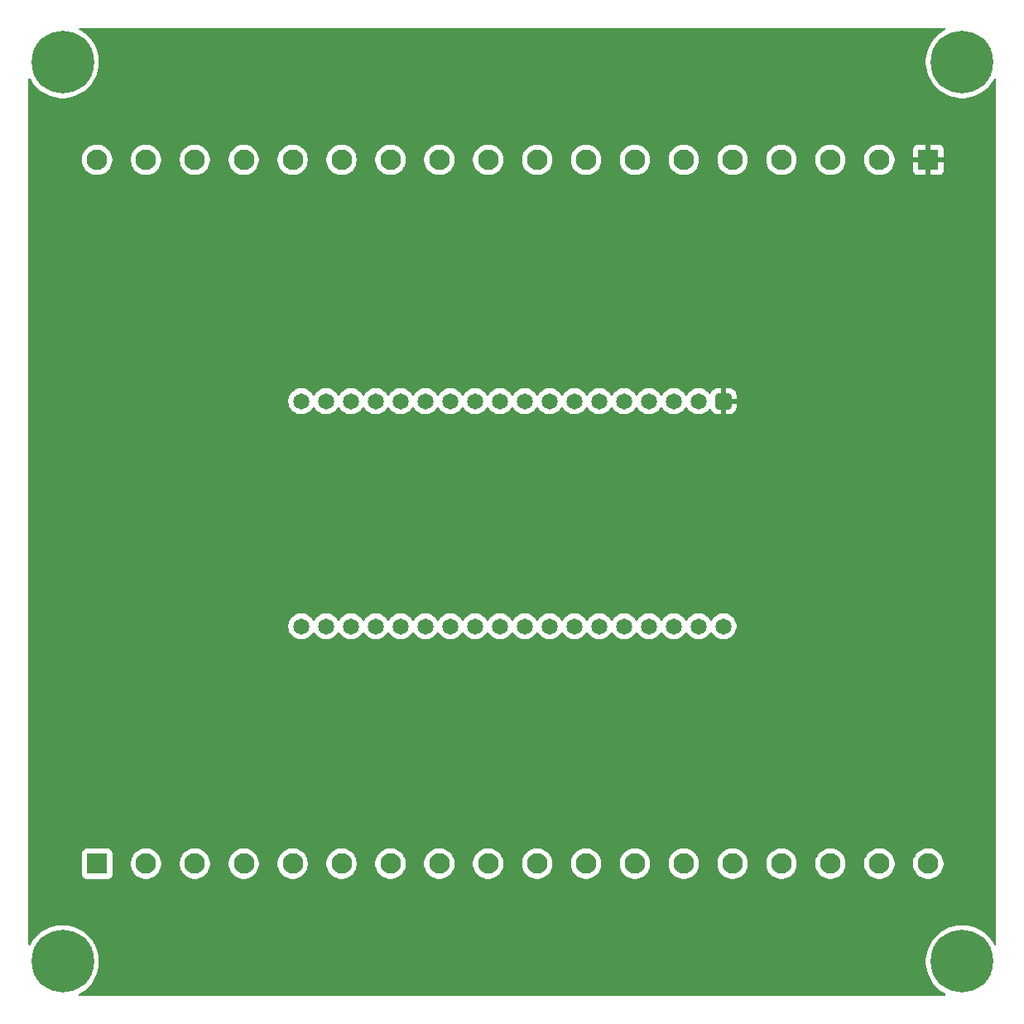
<source format=gbr>
%TF.GenerationSoftware,KiCad,Pcbnew,9.0.1*%
%TF.CreationDate,2025-06-03T11:03:29-03:00*%
%TF.ProjectId,breakout_heltec_wifi_lora_32,62726561-6b6f-4757-945f-68656c746563,v0.3.0*%
%TF.SameCoordinates,Original*%
%TF.FileFunction,Copper,L2,Bot*%
%TF.FilePolarity,Positive*%
%FSLAX46Y46*%
G04 Gerber Fmt 4.6, Leading zero omitted, Abs format (unit mm)*
G04 Created by KiCad (PCBNEW 9.0.1) date 2025-06-03 11:03:29*
%MOMM*%
%LPD*%
G01*
G04 APERTURE LIST*
G04 Aperture macros list*
%AMRoundRect*
0 Rectangle with rounded corners*
0 $1 Rounding radius*
0 $2 $3 $4 $5 $6 $7 $8 $9 X,Y pos of 4 corners*
0 Add a 4 corners polygon primitive as box body*
4,1,4,$2,$3,$4,$5,$6,$7,$8,$9,$2,$3,0*
0 Add four circle primitives for the rounded corners*
1,1,$1+$1,$2,$3*
1,1,$1+$1,$4,$5*
1,1,$1+$1,$6,$7*
1,1,$1+$1,$8,$9*
0 Add four rect primitives between the rounded corners*
20,1,$1+$1,$2,$3,$4,$5,0*
20,1,$1+$1,$4,$5,$6,$7,0*
20,1,$1+$1,$6,$7,$8,$9,0*
20,1,$1+$1,$8,$9,$2,$3,0*%
G04 Aperture macros list end*
%TA.AperFunction,ComponentPad*%
%ADD10RoundRect,0.250000X-0.575000X0.575000X-0.575000X-0.575000X0.575000X-0.575000X0.575000X0.575000X0*%
%TD*%
%TA.AperFunction,ComponentPad*%
%ADD11C,1.650000*%
%TD*%
%TA.AperFunction,ComponentPad*%
%ADD12C,0.800000*%
%TD*%
%TA.AperFunction,ComponentPad*%
%ADD13C,6.400000*%
%TD*%
%TA.AperFunction,ComponentPad*%
%ADD14R,2.100000X2.100000*%
%TD*%
%TA.AperFunction,ComponentPad*%
%ADD15C,2.100000*%
%TD*%
G04 APERTURE END LIST*
D10*
%TO.P,U1,1,GND*%
%TO.N,Net-(J2-Pin_1)*%
X167580000Y-83927500D03*
D11*
%TO.P,U1,2,5V*%
%TO.N,Net-(J2-Pin_2)*%
X165040000Y-83927500D03*
%TO.P,U1,3,Ve*%
%TO.N,Net-(J2-Pin_3)*%
X162500000Y-83927500D03*
%TO.P,U1,4,Ve*%
%TO.N,Net-(J2-Pin_4)*%
X159960000Y-83927500D03*
%TO.P,U1,5,U0RXD/GPIO44/CP2102_TX*%
%TO.N,Net-(J2-Pin_5)*%
X157420000Y-83927500D03*
%TO.P,U1,6,U0TXD/GPIO43/CP2102_RX*%
%TO.N,Net-(J2-Pin_6)*%
X154880000Y-83927500D03*
%TO.P,U1,7,RST/RST_SW*%
%TO.N,Net-(J2-Pin_7)*%
X152340000Y-83927500D03*
%TO.P,U1,8,GPIO0/USER_SW*%
%TO.N,Net-(J2-Pin_8)*%
X149800000Y-83927500D03*
%TO.P,U1,9,GPIO36/SPIIO7/FSPICLK/SUBSPICLK/Vext_Ctrl*%
%TO.N,Net-(J2-Pin_9)*%
X147260000Y-83927500D03*
%TO.P,U1,10,GPIO35/SPIIO6/FSPID/SUBSPID/LED_Write*%
%TO.N,Net-(J2-Pin_10)*%
X144720000Y-83927500D03*
%TO.P,U1,11,GPIO34/SPIIO5/FSPICS0/SUBSPICS0*%
%TO.N,Net-(J2-Pin_11)*%
X142180000Y-83927500D03*
%TO.P,U1,12,GPIO33/SPIIO4/FSPIHD/SUBSPIHD*%
%TO.N,Net-(J2-Pin_12)*%
X139640000Y-83927500D03*
%TO.P,U1,13,GPIO47*%
%TO.N,Net-(J2-Pin_13)*%
X137100000Y-83927500D03*
%TO.P,U1,14,GPIO48*%
%TO.N,Net-(J2-Pin_14)*%
X134560000Y-83927500D03*
%TO.P,U1,15,GPIO26/SPICS1*%
%TO.N,Net-(J2-Pin_15)*%
X132020000Y-83927500D03*
%TO.P,U1,16,GPIO21/OLED_RST*%
%TO.N,Net-(J2-Pin_16)*%
X129480000Y-83927500D03*
%TO.P,U1,17,GPIO20/U1CTS/ADC2_CH9/CLK_OUT1/USB_D+*%
%TO.N,Net-(J2-Pin_17)*%
X126940000Y-83927500D03*
%TO.P,U1,18,GPIO19/U1RTS/ADC2_CH8/CLK_OUT2/USB_D-*%
%TO.N,Net-(J2-Pin_18)*%
X124400000Y-83927500D03*
%TO.P,U1,19,GND*%
%TO.N,Net-(J3-Pin_18)*%
X167580000Y-106947500D03*
%TO.P,U1,20,3V3*%
%TO.N,Net-(J3-Pin_17)*%
X165040000Y-106947500D03*
%TO.P,U1,21,3V3*%
%TO.N,Net-(J3-Pin_16)*%
X162500000Y-106947500D03*
%TO.P,U1,22,ADC_Ctrl/SUBSPIQ/FSPIQ/SPIDQS/GPIO37*%
%TO.N,Net-(J3-Pin_15)*%
X159960000Y-106947500D03*
%TO.P,U1,23,GPIO46*%
%TO.N,Net-(J3-Pin_14)*%
X157420000Y-106947500D03*
%TO.P,U1,24,GPIO45*%
%TO.N,Net-(J3-Pin_13)*%
X154880000Y-106947500D03*
%TO.P,U1,25,MTMS/GPIO42*%
%TO.N,Net-(J3-Pin_12)*%
X152340000Y-106947500D03*
%TO.P,U1,26,MTDI/GPIO41*%
%TO.N,Net-(J3-Pin_11)*%
X149800000Y-106947500D03*
%TO.P,U1,27,MTDO/GPIO40*%
%TO.N,Net-(J3-Pin_10)*%
X147260000Y-106947500D03*
%TO.P,U1,28,MTCK/GPIO39*%
%TO.N,Net-(J3-Pin_9)*%
X144720000Y-106947500D03*
%TO.P,U1,29,SUBSPIWP/FSPIWP/GPIO38*%
%TO.N,Net-(J3-Pin_8)*%
X142180000Y-106947500D03*
%TO.P,U1,30,TOUCH1/VBAT_Read/ADC1_CH0/GPIO1*%
%TO.N,Net-(J3-Pin_7)*%
X139640000Y-106947500D03*
%TO.P,U1,31,TOUCH2/ADC1_CH1/GPIO2*%
%TO.N,Net-(J3-Pin_6)*%
X137100000Y-106947500D03*
%TO.P,U1,32,TOUCH3/ADC1_CH2/GPIO3*%
%TO.N,Net-(J3-Pin_5)*%
X134560000Y-106947500D03*
%TO.P,U1,33,TOUCH4/ADC1_CH3/GPIO4*%
%TO.N,Net-(J3-Pin_4)*%
X132020000Y-106947500D03*
%TO.P,U1,34,TOUCH5/ADC1_CH4/GPIO5*%
%TO.N,Net-(J3-Pin_3)*%
X129480000Y-106947500D03*
%TO.P,U1,35,TOUCH6/ADC1_CH5/GPIO6*%
%TO.N,Net-(J3-Pin_2)*%
X126940000Y-106947500D03*
%TO.P,U1,36,TOUCH7/ADC1_CH6/GPIO7*%
%TO.N,Net-(J3-Pin_1)*%
X124400000Y-106947500D03*
%TD*%
D12*
%TO.P,H2,1*%
%TO.N,N/C*%
X189580000Y-49230000D03*
X190282944Y-47532944D03*
X190282944Y-50927056D03*
X191980000Y-46830000D03*
D13*
X191980000Y-49230000D03*
D12*
X191980000Y-51630000D03*
X193677056Y-47532944D03*
X193677056Y-50927056D03*
X194380000Y-49230000D03*
%TD*%
%TO.P,H1,1*%
%TO.N,N/C*%
X97580000Y-49230000D03*
X98282944Y-47532944D03*
X98282944Y-50927056D03*
X99980000Y-46830000D03*
D13*
X99980000Y-49230000D03*
D12*
X99980000Y-51630000D03*
X101677056Y-47532944D03*
X101677056Y-50927056D03*
X102380000Y-49230000D03*
%TD*%
D14*
%TO.P,J2,1,Pin_1*%
%TO.N,Net-(J2-Pin_1)*%
X188520000Y-59230000D03*
D15*
%TO.P,J2,2,Pin_2*%
%TO.N,Net-(J2-Pin_2)*%
X183520000Y-59230000D03*
%TO.P,J2,3,Pin_3*%
%TO.N,Net-(J2-Pin_3)*%
X178520000Y-59230000D03*
%TO.P,J2,4,Pin_4*%
%TO.N,Net-(J2-Pin_4)*%
X173520000Y-59230000D03*
%TO.P,J2,5,Pin_5*%
%TO.N,Net-(J2-Pin_5)*%
X168520000Y-59230000D03*
%TO.P,J2,6,Pin_6*%
%TO.N,Net-(J2-Pin_6)*%
X163520000Y-59230000D03*
%TO.P,J2,7,Pin_7*%
%TO.N,Net-(J2-Pin_7)*%
X158520000Y-59230000D03*
%TO.P,J2,8,Pin_8*%
%TO.N,Net-(J2-Pin_8)*%
X153520000Y-59230000D03*
%TO.P,J2,9,Pin_9*%
%TO.N,Net-(J2-Pin_9)*%
X148520000Y-59230000D03*
%TO.P,J2,10,Pin_10*%
%TO.N,Net-(J2-Pin_10)*%
X143520000Y-59230000D03*
%TO.P,J2,11,Pin_11*%
%TO.N,Net-(J2-Pin_11)*%
X138520000Y-59230000D03*
%TO.P,J2,12,Pin_12*%
%TO.N,Net-(J2-Pin_12)*%
X133520000Y-59230000D03*
%TO.P,J2,13,Pin_13*%
%TO.N,Net-(J2-Pin_13)*%
X128520000Y-59230000D03*
%TO.P,J2,14,Pin_14*%
%TO.N,Net-(J2-Pin_14)*%
X123520000Y-59230000D03*
%TO.P,J2,15,Pin_15*%
%TO.N,Net-(J2-Pin_15)*%
X118520000Y-59230000D03*
%TO.P,J2,16,Pin_16*%
%TO.N,Net-(J2-Pin_16)*%
X113520000Y-59230000D03*
%TO.P,J2,17,Pin_17*%
%TO.N,Net-(J2-Pin_17)*%
X108520000Y-59230000D03*
%TO.P,J2,18,Pin_18*%
%TO.N,Net-(J2-Pin_18)*%
X103520000Y-59230000D03*
%TD*%
D12*
%TO.P,H4,1*%
%TO.N,N/C*%
X189580000Y-141230000D03*
X190282944Y-139532944D03*
X190282944Y-142927056D03*
X191980000Y-138830000D03*
D13*
X191980000Y-141230000D03*
D12*
X191980000Y-143630000D03*
X193677056Y-139532944D03*
X193677056Y-142927056D03*
X194380000Y-141230000D03*
%TD*%
D14*
%TO.P,J3,1,Pin_1*%
%TO.N,Net-(J3-Pin_1)*%
X103520000Y-131230000D03*
D15*
%TO.P,J3,2,Pin_2*%
%TO.N,Net-(J3-Pin_2)*%
X108520000Y-131230000D03*
%TO.P,J3,3,Pin_3*%
%TO.N,Net-(J3-Pin_3)*%
X113520000Y-131230000D03*
%TO.P,J3,4,Pin_4*%
%TO.N,Net-(J3-Pin_4)*%
X118520000Y-131230000D03*
%TO.P,J3,5,Pin_5*%
%TO.N,Net-(J3-Pin_5)*%
X123520000Y-131230000D03*
%TO.P,J3,6,Pin_6*%
%TO.N,Net-(J3-Pin_6)*%
X128520000Y-131230000D03*
%TO.P,J3,7,Pin_7*%
%TO.N,Net-(J3-Pin_7)*%
X133520000Y-131230000D03*
%TO.P,J3,8,Pin_8*%
%TO.N,Net-(J3-Pin_8)*%
X138520000Y-131230000D03*
%TO.P,J3,9,Pin_9*%
%TO.N,Net-(J3-Pin_9)*%
X143520000Y-131230000D03*
%TO.P,J3,10,Pin_10*%
%TO.N,Net-(J3-Pin_10)*%
X148520000Y-131230000D03*
%TO.P,J3,11,Pin_11*%
%TO.N,Net-(J3-Pin_11)*%
X153520000Y-131230000D03*
%TO.P,J3,12,Pin_12*%
%TO.N,Net-(J3-Pin_12)*%
X158520000Y-131230000D03*
%TO.P,J3,13,Pin_13*%
%TO.N,Net-(J3-Pin_13)*%
X163520000Y-131230000D03*
%TO.P,J3,14,Pin_14*%
%TO.N,Net-(J3-Pin_14)*%
X168520000Y-131230000D03*
%TO.P,J3,15,Pin_15*%
%TO.N,Net-(J3-Pin_15)*%
X173520000Y-131230000D03*
%TO.P,J3,16,Pin_16*%
%TO.N,Net-(J3-Pin_16)*%
X178520000Y-131230000D03*
%TO.P,J3,17,Pin_17*%
%TO.N,Net-(J3-Pin_17)*%
X183520000Y-131230000D03*
%TO.P,J3,18,Pin_18*%
%TO.N,Net-(J3-Pin_18)*%
X188520000Y-131230000D03*
%TD*%
D12*
%TO.P,H3,1*%
%TO.N,N/C*%
X97580000Y-141230000D03*
X98282944Y-139532944D03*
X98282944Y-142927056D03*
X99980000Y-138830000D03*
D13*
X99980000Y-141230000D03*
D12*
X99980000Y-143630000D03*
X101677056Y-139532944D03*
X101677056Y-142927056D03*
X102380000Y-141230000D03*
%TD*%
%TA.AperFunction,Conductor*%
%TO.N,Net-(J2-Pin_1)*%
G36*
X190249031Y-45750185D02*
G01*
X190294786Y-45802989D01*
X190304730Y-45872147D01*
X190275705Y-45935703D01*
X190240445Y-45963858D01*
X190075279Y-46052140D01*
X190075261Y-46052151D01*
X189772964Y-46254140D01*
X189772950Y-46254150D01*
X189491893Y-46484807D01*
X189234807Y-46741893D01*
X189004150Y-47022950D01*
X189004140Y-47022964D01*
X188802151Y-47325261D01*
X188802140Y-47325279D01*
X188630756Y-47645916D01*
X188630754Y-47645921D01*
X188491614Y-47981834D01*
X188386067Y-48329776D01*
X188386064Y-48329787D01*
X188315137Y-48686369D01*
X188279500Y-49048209D01*
X188279500Y-49411790D01*
X188315137Y-49773630D01*
X188386064Y-50130212D01*
X188386067Y-50130223D01*
X188491614Y-50478165D01*
X188630754Y-50814078D01*
X188630756Y-50814083D01*
X188802140Y-51134720D01*
X188802151Y-51134738D01*
X189004140Y-51437035D01*
X189004150Y-51437049D01*
X189234807Y-51718106D01*
X189491893Y-51975192D01*
X189491898Y-51975196D01*
X189491899Y-51975197D01*
X189772956Y-52205854D01*
X190075268Y-52407853D01*
X190075277Y-52407858D01*
X190075279Y-52407859D01*
X190395916Y-52579243D01*
X190395918Y-52579243D01*
X190395924Y-52579247D01*
X190731836Y-52718386D01*
X191079767Y-52823930D01*
X191079773Y-52823931D01*
X191079776Y-52823932D01*
X191079787Y-52823935D01*
X191436369Y-52894862D01*
X191798206Y-52930500D01*
X191798209Y-52930500D01*
X192161791Y-52930500D01*
X192161794Y-52930500D01*
X192523631Y-52894862D01*
X192593045Y-52881054D01*
X192880212Y-52823935D01*
X192880223Y-52823932D01*
X192880223Y-52823931D01*
X192880233Y-52823930D01*
X193228164Y-52718386D01*
X193564076Y-52579247D01*
X193884732Y-52407853D01*
X194187044Y-52205854D01*
X194468101Y-51975197D01*
X194725197Y-51718101D01*
X194955854Y-51437044D01*
X195157853Y-51134732D01*
X195246142Y-50969555D01*
X195295104Y-50919711D01*
X195363242Y-50904250D01*
X195428921Y-50928082D01*
X195471290Y-50983639D01*
X195479500Y-51028008D01*
X195479500Y-139431991D01*
X195459815Y-139499030D01*
X195407011Y-139544785D01*
X195337853Y-139554729D01*
X195274297Y-139525704D01*
X195246142Y-139490444D01*
X195157859Y-139325279D01*
X195157858Y-139325277D01*
X195157853Y-139325268D01*
X194955854Y-139022956D01*
X194725197Y-138741899D01*
X194725196Y-138741898D01*
X194725192Y-138741893D01*
X194468106Y-138484807D01*
X194187049Y-138254150D01*
X194187048Y-138254149D01*
X194187044Y-138254146D01*
X193884732Y-138052147D01*
X193884727Y-138052144D01*
X193884720Y-138052140D01*
X193564083Y-137880756D01*
X193564078Y-137880754D01*
X193228165Y-137741614D01*
X192880223Y-137636067D01*
X192880212Y-137636064D01*
X192523630Y-137565137D01*
X192251111Y-137538296D01*
X192161794Y-137529500D01*
X191798206Y-137529500D01*
X191715679Y-137537628D01*
X191436369Y-137565137D01*
X191079787Y-137636064D01*
X191079776Y-137636067D01*
X190731834Y-137741614D01*
X190395921Y-137880754D01*
X190395916Y-137880756D01*
X190075279Y-138052140D01*
X190075261Y-138052151D01*
X189772964Y-138254140D01*
X189772950Y-138254150D01*
X189491893Y-138484807D01*
X189234807Y-138741893D01*
X189004150Y-139022950D01*
X189004140Y-139022964D01*
X188802151Y-139325261D01*
X188802140Y-139325279D01*
X188630756Y-139645916D01*
X188630754Y-139645921D01*
X188491614Y-139981834D01*
X188386067Y-140329776D01*
X188386064Y-140329787D01*
X188315137Y-140686369D01*
X188279500Y-141048209D01*
X188279500Y-141411790D01*
X188315137Y-141773630D01*
X188386064Y-142130212D01*
X188386067Y-142130223D01*
X188491614Y-142478165D01*
X188630754Y-142814078D01*
X188630756Y-142814083D01*
X188802140Y-143134720D01*
X188802151Y-143134738D01*
X189004140Y-143437035D01*
X189004150Y-143437049D01*
X189234807Y-143718106D01*
X189491893Y-143975192D01*
X189491898Y-143975196D01*
X189491899Y-143975197D01*
X189772956Y-144205854D01*
X190075268Y-144407853D01*
X190075277Y-144407858D01*
X190075279Y-144407859D01*
X190240445Y-144496142D01*
X190290289Y-144545104D01*
X190305750Y-144613242D01*
X190281918Y-144678921D01*
X190226361Y-144721290D01*
X190181992Y-144729500D01*
X101778008Y-144729500D01*
X101710969Y-144709815D01*
X101665214Y-144657011D01*
X101655270Y-144587853D01*
X101684295Y-144524297D01*
X101719555Y-144496142D01*
X101765286Y-144471698D01*
X101884732Y-144407853D01*
X102187044Y-144205854D01*
X102468101Y-143975197D01*
X102725197Y-143718101D01*
X102955854Y-143437044D01*
X103157853Y-143134732D01*
X103329247Y-142814076D01*
X103468386Y-142478164D01*
X103573930Y-142130233D01*
X103573932Y-142130223D01*
X103573935Y-142130212D01*
X103644862Y-141773630D01*
X103680500Y-141411790D01*
X103680500Y-141048209D01*
X103644862Y-140686369D01*
X103573935Y-140329787D01*
X103573932Y-140329776D01*
X103573931Y-140329773D01*
X103573930Y-140329767D01*
X103468386Y-139981836D01*
X103329247Y-139645924D01*
X103280502Y-139554729D01*
X103157859Y-139325279D01*
X103157858Y-139325277D01*
X103157853Y-139325268D01*
X102955854Y-139022956D01*
X102725197Y-138741899D01*
X102725196Y-138741898D01*
X102725192Y-138741893D01*
X102468106Y-138484807D01*
X102187049Y-138254150D01*
X102187048Y-138254149D01*
X102187044Y-138254146D01*
X101884732Y-138052147D01*
X101884727Y-138052144D01*
X101884720Y-138052140D01*
X101564083Y-137880756D01*
X101564078Y-137880754D01*
X101228165Y-137741614D01*
X100880223Y-137636067D01*
X100880212Y-137636064D01*
X100523630Y-137565137D01*
X100251111Y-137538296D01*
X100161794Y-137529500D01*
X99798206Y-137529500D01*
X99715679Y-137537628D01*
X99436369Y-137565137D01*
X99079787Y-137636064D01*
X99079776Y-137636067D01*
X98731834Y-137741614D01*
X98395921Y-137880754D01*
X98395916Y-137880756D01*
X98075279Y-138052140D01*
X98075261Y-138052151D01*
X97772964Y-138254140D01*
X97772950Y-138254150D01*
X97491893Y-138484807D01*
X97234807Y-138741893D01*
X97004150Y-139022950D01*
X97004140Y-139022964D01*
X96802151Y-139325261D01*
X96802140Y-139325279D01*
X96713858Y-139490444D01*
X96664896Y-139540289D01*
X96596758Y-139555749D01*
X96531078Y-139531917D01*
X96488710Y-139476360D01*
X96480500Y-139431991D01*
X96480500Y-130132135D01*
X101969500Y-130132135D01*
X101969500Y-132327870D01*
X101969501Y-132327876D01*
X101975908Y-132387483D01*
X102026202Y-132522328D01*
X102026206Y-132522335D01*
X102112452Y-132637544D01*
X102112455Y-132637547D01*
X102227664Y-132723793D01*
X102227671Y-132723797D01*
X102362517Y-132774091D01*
X102362516Y-132774091D01*
X102369444Y-132774835D01*
X102422127Y-132780500D01*
X104617872Y-132780499D01*
X104677483Y-132774091D01*
X104812331Y-132723796D01*
X104927546Y-132637546D01*
X105013796Y-132522331D01*
X105064091Y-132387483D01*
X105070500Y-132327873D01*
X105070499Y-131107973D01*
X106969500Y-131107973D01*
X106969500Y-131352026D01*
X107007678Y-131593072D01*
X107083097Y-131825187D01*
X107193896Y-132042642D01*
X107337339Y-132240076D01*
X107337343Y-132240081D01*
X107509918Y-132412656D01*
X107509923Y-132412660D01*
X107660879Y-132522335D01*
X107707361Y-132556106D01*
X107924815Y-132666904D01*
X108156924Y-132742321D01*
X108397973Y-132780500D01*
X108397974Y-132780500D01*
X108642026Y-132780500D01*
X108642027Y-132780500D01*
X108883076Y-132742321D01*
X109115185Y-132666904D01*
X109332639Y-132556106D01*
X109530083Y-132412655D01*
X109702655Y-132240083D01*
X109846106Y-132042639D01*
X109956904Y-131825185D01*
X110032321Y-131593076D01*
X110070500Y-131352027D01*
X110070500Y-131107973D01*
X111969500Y-131107973D01*
X111969500Y-131352026D01*
X112007678Y-131593072D01*
X112083097Y-131825187D01*
X112193896Y-132042642D01*
X112337339Y-132240076D01*
X112337343Y-132240081D01*
X112509918Y-132412656D01*
X112509923Y-132412660D01*
X112660879Y-132522335D01*
X112707361Y-132556106D01*
X112924815Y-132666904D01*
X113156924Y-132742321D01*
X113397973Y-132780500D01*
X113397974Y-132780500D01*
X113642026Y-132780500D01*
X113642027Y-132780500D01*
X113883076Y-132742321D01*
X114115185Y-132666904D01*
X114332639Y-132556106D01*
X114530083Y-132412655D01*
X114702655Y-132240083D01*
X114846106Y-132042639D01*
X114956904Y-131825185D01*
X115032321Y-131593076D01*
X115070500Y-131352027D01*
X115070500Y-131107973D01*
X116969500Y-131107973D01*
X116969500Y-131352026D01*
X117007678Y-131593072D01*
X117083097Y-131825187D01*
X117193896Y-132042642D01*
X117337339Y-132240076D01*
X117337343Y-132240081D01*
X117509918Y-132412656D01*
X117509923Y-132412660D01*
X117660879Y-132522335D01*
X117707361Y-132556106D01*
X117924815Y-132666904D01*
X118156924Y-132742321D01*
X118397973Y-132780500D01*
X118397974Y-132780500D01*
X118642026Y-132780500D01*
X118642027Y-132780500D01*
X118883076Y-132742321D01*
X119115185Y-132666904D01*
X119332639Y-132556106D01*
X119530083Y-132412655D01*
X119702655Y-132240083D01*
X119846106Y-132042639D01*
X119956904Y-131825185D01*
X120032321Y-131593076D01*
X120070500Y-131352027D01*
X120070500Y-131107973D01*
X121969500Y-131107973D01*
X121969500Y-131352026D01*
X122007678Y-131593072D01*
X122083097Y-131825187D01*
X122193896Y-132042642D01*
X122337339Y-132240076D01*
X122337343Y-132240081D01*
X122509918Y-132412656D01*
X122509923Y-132412660D01*
X122660879Y-132522335D01*
X122707361Y-132556106D01*
X122924815Y-132666904D01*
X123156924Y-132742321D01*
X123397973Y-132780500D01*
X123397974Y-132780500D01*
X123642026Y-132780500D01*
X123642027Y-132780500D01*
X123883076Y-132742321D01*
X124115185Y-132666904D01*
X124332639Y-132556106D01*
X124530083Y-132412655D01*
X124702655Y-132240083D01*
X124846106Y-132042639D01*
X124956904Y-131825185D01*
X125032321Y-131593076D01*
X125070500Y-131352027D01*
X125070500Y-131107973D01*
X126969500Y-131107973D01*
X126969500Y-131352026D01*
X127007678Y-131593072D01*
X127083097Y-131825187D01*
X127193896Y-132042642D01*
X127337339Y-132240076D01*
X127337343Y-132240081D01*
X127509918Y-132412656D01*
X127509923Y-132412660D01*
X127660879Y-132522335D01*
X127707361Y-132556106D01*
X127924815Y-132666904D01*
X128156924Y-132742321D01*
X128397973Y-132780500D01*
X128397974Y-132780500D01*
X128642026Y-132780500D01*
X128642027Y-132780500D01*
X128883076Y-132742321D01*
X129115185Y-132666904D01*
X129332639Y-132556106D01*
X129530083Y-132412655D01*
X129702655Y-132240083D01*
X129846106Y-132042639D01*
X129956904Y-131825185D01*
X130032321Y-131593076D01*
X130070500Y-131352027D01*
X130070500Y-131107973D01*
X131969500Y-131107973D01*
X131969500Y-131352026D01*
X132007678Y-131593072D01*
X132083097Y-131825187D01*
X132193896Y-132042642D01*
X132337339Y-132240076D01*
X132337343Y-132240081D01*
X132509918Y-132412656D01*
X132509923Y-132412660D01*
X132660879Y-132522335D01*
X132707361Y-132556106D01*
X132924815Y-132666904D01*
X133156924Y-132742321D01*
X133397973Y-132780500D01*
X133397974Y-132780500D01*
X133642026Y-132780500D01*
X133642027Y-132780500D01*
X133883076Y-132742321D01*
X134115185Y-132666904D01*
X134332639Y-132556106D01*
X134530083Y-132412655D01*
X134702655Y-132240083D01*
X134846106Y-132042639D01*
X134956904Y-131825185D01*
X135032321Y-131593076D01*
X135070500Y-131352027D01*
X135070500Y-131107973D01*
X136969500Y-131107973D01*
X136969500Y-131352026D01*
X137007678Y-131593072D01*
X137083097Y-131825187D01*
X137193896Y-132042642D01*
X137337339Y-132240076D01*
X137337343Y-132240081D01*
X137509918Y-132412656D01*
X137509923Y-132412660D01*
X137660879Y-132522335D01*
X137707361Y-132556106D01*
X137924815Y-132666904D01*
X138156924Y-132742321D01*
X138397973Y-132780500D01*
X138397974Y-132780500D01*
X138642026Y-132780500D01*
X138642027Y-132780500D01*
X138883076Y-132742321D01*
X139115185Y-132666904D01*
X139332639Y-132556106D01*
X139530083Y-132412655D01*
X139702655Y-132240083D01*
X139846106Y-132042639D01*
X139956904Y-131825185D01*
X140032321Y-131593076D01*
X140070500Y-131352027D01*
X140070500Y-131107973D01*
X141969500Y-131107973D01*
X141969500Y-131352026D01*
X142007678Y-131593072D01*
X142083097Y-131825187D01*
X142193896Y-132042642D01*
X142337339Y-132240076D01*
X142337343Y-132240081D01*
X142509918Y-132412656D01*
X142509923Y-132412660D01*
X142660879Y-132522335D01*
X142707361Y-132556106D01*
X142924815Y-132666904D01*
X143156924Y-132742321D01*
X143397973Y-132780500D01*
X143397974Y-132780500D01*
X143642026Y-132780500D01*
X143642027Y-132780500D01*
X143883076Y-132742321D01*
X144115185Y-132666904D01*
X144332639Y-132556106D01*
X144530083Y-132412655D01*
X144702655Y-132240083D01*
X144846106Y-132042639D01*
X144956904Y-131825185D01*
X145032321Y-131593076D01*
X145070500Y-131352027D01*
X145070500Y-131107973D01*
X146969500Y-131107973D01*
X146969500Y-131352026D01*
X147007678Y-131593072D01*
X147083097Y-131825187D01*
X147193896Y-132042642D01*
X147337339Y-132240076D01*
X147337343Y-132240081D01*
X147509918Y-132412656D01*
X147509923Y-132412660D01*
X147660879Y-132522335D01*
X147707361Y-132556106D01*
X147924815Y-132666904D01*
X148156924Y-132742321D01*
X148397973Y-132780500D01*
X148397974Y-132780500D01*
X148642026Y-132780500D01*
X148642027Y-132780500D01*
X148883076Y-132742321D01*
X149115185Y-132666904D01*
X149332639Y-132556106D01*
X149530083Y-132412655D01*
X149702655Y-132240083D01*
X149846106Y-132042639D01*
X149956904Y-131825185D01*
X150032321Y-131593076D01*
X150070500Y-131352027D01*
X150070500Y-131107973D01*
X151969500Y-131107973D01*
X151969500Y-131352026D01*
X152007678Y-131593072D01*
X152083097Y-131825187D01*
X152193896Y-132042642D01*
X152337339Y-132240076D01*
X152337343Y-132240081D01*
X152509918Y-132412656D01*
X152509923Y-132412660D01*
X152660879Y-132522335D01*
X152707361Y-132556106D01*
X152924815Y-132666904D01*
X153156924Y-132742321D01*
X153397973Y-132780500D01*
X153397974Y-132780500D01*
X153642026Y-132780500D01*
X153642027Y-132780500D01*
X153883076Y-132742321D01*
X154115185Y-132666904D01*
X154332639Y-132556106D01*
X154530083Y-132412655D01*
X154702655Y-132240083D01*
X154846106Y-132042639D01*
X154956904Y-131825185D01*
X155032321Y-131593076D01*
X155070500Y-131352027D01*
X155070500Y-131107973D01*
X156969500Y-131107973D01*
X156969500Y-131352026D01*
X157007678Y-131593072D01*
X157083097Y-131825187D01*
X157193896Y-132042642D01*
X157337339Y-132240076D01*
X157337343Y-132240081D01*
X157509918Y-132412656D01*
X157509923Y-132412660D01*
X157660879Y-132522335D01*
X157707361Y-132556106D01*
X157924815Y-132666904D01*
X158156924Y-132742321D01*
X158397973Y-132780500D01*
X158397974Y-132780500D01*
X158642026Y-132780500D01*
X158642027Y-132780500D01*
X158883076Y-132742321D01*
X159115185Y-132666904D01*
X159332639Y-132556106D01*
X159530083Y-132412655D01*
X159702655Y-132240083D01*
X159846106Y-132042639D01*
X159956904Y-131825185D01*
X160032321Y-131593076D01*
X160070500Y-131352027D01*
X160070500Y-131107973D01*
X161969500Y-131107973D01*
X161969500Y-131352026D01*
X162007678Y-131593072D01*
X162083097Y-131825187D01*
X162193896Y-132042642D01*
X162337339Y-132240076D01*
X162337343Y-132240081D01*
X162509918Y-132412656D01*
X162509923Y-132412660D01*
X162660879Y-132522335D01*
X162707361Y-132556106D01*
X162924815Y-132666904D01*
X163156924Y-132742321D01*
X163397973Y-132780500D01*
X163397974Y-132780500D01*
X163642026Y-132780500D01*
X163642027Y-132780500D01*
X163883076Y-132742321D01*
X164115185Y-132666904D01*
X164332639Y-132556106D01*
X164530083Y-132412655D01*
X164702655Y-132240083D01*
X164846106Y-132042639D01*
X164956904Y-131825185D01*
X165032321Y-131593076D01*
X165070500Y-131352027D01*
X165070500Y-131107973D01*
X166969500Y-131107973D01*
X166969500Y-131352026D01*
X167007678Y-131593072D01*
X167083097Y-131825187D01*
X167193896Y-132042642D01*
X167337339Y-132240076D01*
X167337343Y-132240081D01*
X167509918Y-132412656D01*
X167509923Y-132412660D01*
X167660879Y-132522335D01*
X167707361Y-132556106D01*
X167924815Y-132666904D01*
X168156924Y-132742321D01*
X168397973Y-132780500D01*
X168397974Y-132780500D01*
X168642026Y-132780500D01*
X168642027Y-132780500D01*
X168883076Y-132742321D01*
X169115185Y-132666904D01*
X169332639Y-132556106D01*
X169530083Y-132412655D01*
X169702655Y-132240083D01*
X169846106Y-132042639D01*
X169956904Y-131825185D01*
X170032321Y-131593076D01*
X170070500Y-131352027D01*
X170070500Y-131107973D01*
X171969500Y-131107973D01*
X171969500Y-131352026D01*
X172007678Y-131593072D01*
X172083097Y-131825187D01*
X172193896Y-132042642D01*
X172337339Y-132240076D01*
X172337343Y-132240081D01*
X172509918Y-132412656D01*
X172509923Y-132412660D01*
X172660879Y-132522335D01*
X172707361Y-132556106D01*
X172924815Y-132666904D01*
X173156924Y-132742321D01*
X173397973Y-132780500D01*
X173397974Y-132780500D01*
X173642026Y-132780500D01*
X173642027Y-132780500D01*
X173883076Y-132742321D01*
X174115185Y-132666904D01*
X174332639Y-132556106D01*
X174530083Y-132412655D01*
X174702655Y-132240083D01*
X174846106Y-132042639D01*
X174956904Y-131825185D01*
X175032321Y-131593076D01*
X175070500Y-131352027D01*
X175070500Y-131107973D01*
X176969500Y-131107973D01*
X176969500Y-131352026D01*
X177007678Y-131593072D01*
X177083097Y-131825187D01*
X177193896Y-132042642D01*
X177337339Y-132240076D01*
X177337343Y-132240081D01*
X177509918Y-132412656D01*
X177509923Y-132412660D01*
X177660879Y-132522335D01*
X177707361Y-132556106D01*
X177924815Y-132666904D01*
X178156924Y-132742321D01*
X178397973Y-132780500D01*
X178397974Y-132780500D01*
X178642026Y-132780500D01*
X178642027Y-132780500D01*
X178883076Y-132742321D01*
X179115185Y-132666904D01*
X179332639Y-132556106D01*
X179530083Y-132412655D01*
X179702655Y-132240083D01*
X179846106Y-132042639D01*
X179956904Y-131825185D01*
X180032321Y-131593076D01*
X180070500Y-131352027D01*
X180070500Y-131107973D01*
X181969500Y-131107973D01*
X181969500Y-131352026D01*
X182007678Y-131593072D01*
X182083097Y-131825187D01*
X182193896Y-132042642D01*
X182337339Y-132240076D01*
X182337343Y-132240081D01*
X182509918Y-132412656D01*
X182509923Y-132412660D01*
X182660879Y-132522335D01*
X182707361Y-132556106D01*
X182924815Y-132666904D01*
X183156924Y-132742321D01*
X183397973Y-132780500D01*
X183397974Y-132780500D01*
X183642026Y-132780500D01*
X183642027Y-132780500D01*
X183883076Y-132742321D01*
X184115185Y-132666904D01*
X184332639Y-132556106D01*
X184530083Y-132412655D01*
X184702655Y-132240083D01*
X184846106Y-132042639D01*
X184956904Y-131825185D01*
X185032321Y-131593076D01*
X185070500Y-131352027D01*
X185070500Y-131107973D01*
X186969500Y-131107973D01*
X186969500Y-131352026D01*
X187007678Y-131593072D01*
X187083097Y-131825187D01*
X187193896Y-132042642D01*
X187337339Y-132240076D01*
X187337343Y-132240081D01*
X187509918Y-132412656D01*
X187509923Y-132412660D01*
X187660879Y-132522335D01*
X187707361Y-132556106D01*
X187924815Y-132666904D01*
X188156924Y-132742321D01*
X188397973Y-132780500D01*
X188397974Y-132780500D01*
X188642026Y-132780500D01*
X188642027Y-132780500D01*
X188883076Y-132742321D01*
X189115185Y-132666904D01*
X189332639Y-132556106D01*
X189530083Y-132412655D01*
X189702655Y-132240083D01*
X189846106Y-132042639D01*
X189956904Y-131825185D01*
X190032321Y-131593076D01*
X190070500Y-131352027D01*
X190070500Y-131107973D01*
X190032321Y-130866924D01*
X189956904Y-130634815D01*
X189846106Y-130417361D01*
X189827779Y-130392136D01*
X189702660Y-130219923D01*
X189702656Y-130219918D01*
X189530081Y-130047343D01*
X189530076Y-130047339D01*
X189332642Y-129903896D01*
X189332641Y-129903895D01*
X189332639Y-129903894D01*
X189115185Y-129793096D01*
X188883076Y-129717679D01*
X188883074Y-129717678D01*
X188883072Y-129717678D01*
X188682491Y-129685909D01*
X188642027Y-129679500D01*
X188397973Y-129679500D01*
X188357515Y-129685908D01*
X188156927Y-129717678D01*
X187924812Y-129793097D01*
X187707357Y-129903896D01*
X187509923Y-130047339D01*
X187509918Y-130047343D01*
X187337343Y-130219918D01*
X187337339Y-130219923D01*
X187193896Y-130417357D01*
X187083097Y-130634812D01*
X187007678Y-130866927D01*
X186969500Y-131107973D01*
X185070500Y-131107973D01*
X185032321Y-130866924D01*
X184956904Y-130634815D01*
X184846106Y-130417361D01*
X184827779Y-130392136D01*
X184702660Y-130219923D01*
X184702656Y-130219918D01*
X184530081Y-130047343D01*
X184530076Y-130047339D01*
X184332642Y-129903896D01*
X184332641Y-129903895D01*
X184332639Y-129903894D01*
X184115185Y-129793096D01*
X183883076Y-129717679D01*
X183883074Y-129717678D01*
X183883072Y-129717678D01*
X183682491Y-129685909D01*
X183642027Y-129679500D01*
X183397973Y-129679500D01*
X183357515Y-129685908D01*
X183156927Y-129717678D01*
X182924812Y-129793097D01*
X182707357Y-129903896D01*
X182509923Y-130047339D01*
X182509918Y-130047343D01*
X182337343Y-130219918D01*
X182337339Y-130219923D01*
X182193896Y-130417357D01*
X182083097Y-130634812D01*
X182007678Y-130866927D01*
X181969500Y-131107973D01*
X180070500Y-131107973D01*
X180032321Y-130866924D01*
X179956904Y-130634815D01*
X179846106Y-130417361D01*
X179827779Y-130392136D01*
X179702660Y-130219923D01*
X179702656Y-130219918D01*
X179530081Y-130047343D01*
X179530076Y-130047339D01*
X179332642Y-129903896D01*
X179332641Y-129903895D01*
X179332639Y-129903894D01*
X179115185Y-129793096D01*
X178883076Y-129717679D01*
X178883074Y-129717678D01*
X178883072Y-129717678D01*
X178682491Y-129685909D01*
X178642027Y-129679500D01*
X178397973Y-129679500D01*
X178357515Y-129685908D01*
X178156927Y-129717678D01*
X177924812Y-129793097D01*
X177707357Y-129903896D01*
X177509923Y-130047339D01*
X177509918Y-130047343D01*
X177337343Y-130219918D01*
X177337339Y-130219923D01*
X177193896Y-130417357D01*
X177083097Y-130634812D01*
X177007678Y-130866927D01*
X176969500Y-131107973D01*
X175070500Y-131107973D01*
X175032321Y-130866924D01*
X174956904Y-130634815D01*
X174846106Y-130417361D01*
X174827779Y-130392136D01*
X174702660Y-130219923D01*
X174702656Y-130219918D01*
X174530081Y-130047343D01*
X174530076Y-130047339D01*
X174332642Y-129903896D01*
X174332641Y-129903895D01*
X174332639Y-129903894D01*
X174115185Y-129793096D01*
X173883076Y-129717679D01*
X173883074Y-129717678D01*
X173883072Y-129717678D01*
X173682491Y-129685909D01*
X173642027Y-129679500D01*
X173397973Y-129679500D01*
X173357515Y-129685908D01*
X173156927Y-129717678D01*
X172924812Y-129793097D01*
X172707357Y-129903896D01*
X172509923Y-130047339D01*
X172509918Y-130047343D01*
X172337343Y-130219918D01*
X172337339Y-130219923D01*
X172193896Y-130417357D01*
X172083097Y-130634812D01*
X172007678Y-130866927D01*
X171969500Y-131107973D01*
X170070500Y-131107973D01*
X170032321Y-130866924D01*
X169956904Y-130634815D01*
X169846106Y-130417361D01*
X169827779Y-130392136D01*
X169702660Y-130219923D01*
X169702656Y-130219918D01*
X169530081Y-130047343D01*
X169530076Y-130047339D01*
X169332642Y-129903896D01*
X169332641Y-129903895D01*
X169332639Y-129903894D01*
X169115185Y-129793096D01*
X168883076Y-129717679D01*
X168883074Y-129717678D01*
X168883072Y-129717678D01*
X168682491Y-129685909D01*
X168642027Y-129679500D01*
X168397973Y-129679500D01*
X168357515Y-129685908D01*
X168156927Y-129717678D01*
X167924812Y-129793097D01*
X167707357Y-129903896D01*
X167509923Y-130047339D01*
X167509918Y-130047343D01*
X167337343Y-130219918D01*
X167337339Y-130219923D01*
X167193896Y-130417357D01*
X167083097Y-130634812D01*
X167007678Y-130866927D01*
X166969500Y-131107973D01*
X165070500Y-131107973D01*
X165032321Y-130866924D01*
X164956904Y-130634815D01*
X164846106Y-130417361D01*
X164827779Y-130392136D01*
X164702660Y-130219923D01*
X164702656Y-130219918D01*
X164530081Y-130047343D01*
X164530076Y-130047339D01*
X164332642Y-129903896D01*
X164332641Y-129903895D01*
X164332639Y-129903894D01*
X164115185Y-129793096D01*
X163883076Y-129717679D01*
X163883074Y-129717678D01*
X163883072Y-129717678D01*
X163682491Y-129685909D01*
X163642027Y-129679500D01*
X163397973Y-129679500D01*
X163357515Y-129685908D01*
X163156927Y-129717678D01*
X162924812Y-129793097D01*
X162707357Y-129903896D01*
X162509923Y-130047339D01*
X162509918Y-130047343D01*
X162337343Y-130219918D01*
X162337339Y-130219923D01*
X162193896Y-130417357D01*
X162083097Y-130634812D01*
X162007678Y-130866927D01*
X161969500Y-131107973D01*
X160070500Y-131107973D01*
X160032321Y-130866924D01*
X159956904Y-130634815D01*
X159846106Y-130417361D01*
X159827779Y-130392136D01*
X159702660Y-130219923D01*
X159702656Y-130219918D01*
X159530081Y-130047343D01*
X159530076Y-130047339D01*
X159332642Y-129903896D01*
X159332641Y-129903895D01*
X159332639Y-129903894D01*
X159115185Y-129793096D01*
X158883076Y-129717679D01*
X158883074Y-129717678D01*
X158883072Y-129717678D01*
X158682491Y-129685909D01*
X158642027Y-129679500D01*
X158397973Y-129679500D01*
X158357515Y-129685908D01*
X158156927Y-129717678D01*
X157924812Y-129793097D01*
X157707357Y-129903896D01*
X157509923Y-130047339D01*
X157509918Y-130047343D01*
X157337343Y-130219918D01*
X157337339Y-130219923D01*
X157193896Y-130417357D01*
X157083097Y-130634812D01*
X157007678Y-130866927D01*
X156969500Y-131107973D01*
X155070500Y-131107973D01*
X155032321Y-130866924D01*
X154956904Y-130634815D01*
X154846106Y-130417361D01*
X154827779Y-130392136D01*
X154702660Y-130219923D01*
X154702656Y-130219918D01*
X154530081Y-130047343D01*
X154530076Y-130047339D01*
X154332642Y-129903896D01*
X154332641Y-129903895D01*
X154332639Y-129903894D01*
X154115185Y-129793096D01*
X153883076Y-129717679D01*
X153883074Y-129717678D01*
X153883072Y-129717678D01*
X153682491Y-129685909D01*
X153642027Y-129679500D01*
X153397973Y-129679500D01*
X153357515Y-129685908D01*
X153156927Y-129717678D01*
X152924812Y-129793097D01*
X152707357Y-129903896D01*
X152509923Y-130047339D01*
X152509918Y-130047343D01*
X152337343Y-130219918D01*
X152337339Y-130219923D01*
X152193896Y-130417357D01*
X152083097Y-130634812D01*
X152007678Y-130866927D01*
X151969500Y-131107973D01*
X150070500Y-131107973D01*
X150032321Y-130866924D01*
X149956904Y-130634815D01*
X149846106Y-130417361D01*
X149827779Y-130392136D01*
X149702660Y-130219923D01*
X149702656Y-130219918D01*
X149530081Y-130047343D01*
X149530076Y-130047339D01*
X149332642Y-129903896D01*
X149332641Y-129903895D01*
X149332639Y-129903894D01*
X149115185Y-129793096D01*
X148883076Y-129717679D01*
X148883074Y-129717678D01*
X148883072Y-129717678D01*
X148682491Y-129685909D01*
X148642027Y-129679500D01*
X148397973Y-129679500D01*
X148357515Y-129685908D01*
X148156927Y-129717678D01*
X147924812Y-129793097D01*
X147707357Y-129903896D01*
X147509923Y-130047339D01*
X147509918Y-130047343D01*
X147337343Y-130219918D01*
X147337339Y-130219923D01*
X147193896Y-130417357D01*
X147083097Y-130634812D01*
X147007678Y-130866927D01*
X146969500Y-131107973D01*
X145070500Y-131107973D01*
X145032321Y-130866924D01*
X144956904Y-130634815D01*
X144846106Y-130417361D01*
X144827779Y-130392136D01*
X144702660Y-130219923D01*
X144702656Y-130219918D01*
X144530081Y-130047343D01*
X144530076Y-130047339D01*
X144332642Y-129903896D01*
X144332641Y-129903895D01*
X144332639Y-129903894D01*
X144115185Y-129793096D01*
X143883076Y-129717679D01*
X143883074Y-129717678D01*
X143883072Y-129717678D01*
X143682491Y-129685909D01*
X143642027Y-129679500D01*
X143397973Y-129679500D01*
X143357515Y-129685908D01*
X143156927Y-129717678D01*
X142924812Y-129793097D01*
X142707357Y-129903896D01*
X142509923Y-130047339D01*
X142509918Y-130047343D01*
X142337343Y-130219918D01*
X142337339Y-130219923D01*
X142193896Y-130417357D01*
X142083097Y-130634812D01*
X142007678Y-130866927D01*
X141969500Y-131107973D01*
X140070500Y-131107973D01*
X140032321Y-130866924D01*
X139956904Y-130634815D01*
X139846106Y-130417361D01*
X139827779Y-130392136D01*
X139702660Y-130219923D01*
X139702656Y-130219918D01*
X139530081Y-130047343D01*
X139530076Y-130047339D01*
X139332642Y-129903896D01*
X139332641Y-129903895D01*
X139332639Y-129903894D01*
X139115185Y-129793096D01*
X138883076Y-129717679D01*
X138883074Y-129717678D01*
X138883072Y-129717678D01*
X138682491Y-129685909D01*
X138642027Y-129679500D01*
X138397973Y-129679500D01*
X138357515Y-129685908D01*
X138156927Y-129717678D01*
X137924812Y-129793097D01*
X137707357Y-129903896D01*
X137509923Y-130047339D01*
X137509918Y-130047343D01*
X137337343Y-130219918D01*
X137337339Y-130219923D01*
X137193896Y-130417357D01*
X137083097Y-130634812D01*
X137007678Y-130866927D01*
X136969500Y-131107973D01*
X135070500Y-131107973D01*
X135032321Y-130866924D01*
X134956904Y-130634815D01*
X134846106Y-130417361D01*
X134827779Y-130392136D01*
X134702660Y-130219923D01*
X134702656Y-130219918D01*
X134530081Y-130047343D01*
X134530076Y-130047339D01*
X134332642Y-129903896D01*
X134332641Y-129903895D01*
X134332639Y-129903894D01*
X134115185Y-129793096D01*
X133883076Y-129717679D01*
X133883074Y-129717678D01*
X133883072Y-129717678D01*
X133682491Y-129685909D01*
X133642027Y-129679500D01*
X133397973Y-129679500D01*
X133357515Y-129685908D01*
X133156927Y-129717678D01*
X132924812Y-129793097D01*
X132707357Y-129903896D01*
X132509923Y-130047339D01*
X132509918Y-130047343D01*
X132337343Y-130219918D01*
X132337339Y-130219923D01*
X132193896Y-130417357D01*
X132083097Y-130634812D01*
X132007678Y-130866927D01*
X131969500Y-131107973D01*
X130070500Y-131107973D01*
X130032321Y-130866924D01*
X129956904Y-130634815D01*
X129846106Y-130417361D01*
X129827779Y-130392136D01*
X129702660Y-130219923D01*
X129702656Y-130219918D01*
X129530081Y-130047343D01*
X129530076Y-130047339D01*
X129332642Y-129903896D01*
X129332641Y-129903895D01*
X129332639Y-129903894D01*
X129115185Y-129793096D01*
X128883076Y-129717679D01*
X128883074Y-129717678D01*
X128883072Y-129717678D01*
X128682491Y-129685909D01*
X128642027Y-129679500D01*
X128397973Y-129679500D01*
X128357515Y-129685908D01*
X128156927Y-129717678D01*
X127924812Y-129793097D01*
X127707357Y-129903896D01*
X127509923Y-130047339D01*
X127509918Y-130047343D01*
X127337343Y-130219918D01*
X127337339Y-130219923D01*
X127193896Y-130417357D01*
X127083097Y-130634812D01*
X127007678Y-130866927D01*
X126969500Y-131107973D01*
X125070500Y-131107973D01*
X125032321Y-130866924D01*
X124956904Y-130634815D01*
X124846106Y-130417361D01*
X124827779Y-130392136D01*
X124702660Y-130219923D01*
X124702656Y-130219918D01*
X124530081Y-130047343D01*
X124530076Y-130047339D01*
X124332642Y-129903896D01*
X124332641Y-129903895D01*
X124332639Y-129903894D01*
X124115185Y-129793096D01*
X123883076Y-129717679D01*
X123883074Y-129717678D01*
X123883072Y-129717678D01*
X123682491Y-129685909D01*
X123642027Y-129679500D01*
X123397973Y-129679500D01*
X123357515Y-129685908D01*
X123156927Y-129717678D01*
X122924812Y-129793097D01*
X122707357Y-129903896D01*
X122509923Y-130047339D01*
X122509918Y-130047343D01*
X122337343Y-130219918D01*
X122337339Y-130219923D01*
X122193896Y-130417357D01*
X122083097Y-130634812D01*
X122007678Y-130866927D01*
X121969500Y-131107973D01*
X120070500Y-131107973D01*
X120032321Y-130866924D01*
X119956904Y-130634815D01*
X119846106Y-130417361D01*
X119827779Y-130392136D01*
X119702660Y-130219923D01*
X119702656Y-130219918D01*
X119530081Y-130047343D01*
X119530076Y-130047339D01*
X119332642Y-129903896D01*
X119332641Y-129903895D01*
X119332639Y-129903894D01*
X119115185Y-129793096D01*
X118883076Y-129717679D01*
X118883074Y-129717678D01*
X118883072Y-129717678D01*
X118682491Y-129685909D01*
X118642027Y-129679500D01*
X118397973Y-129679500D01*
X118357515Y-129685908D01*
X118156927Y-129717678D01*
X117924812Y-129793097D01*
X117707357Y-129903896D01*
X117509923Y-130047339D01*
X117509918Y-130047343D01*
X117337343Y-130219918D01*
X117337339Y-130219923D01*
X117193896Y-130417357D01*
X117083097Y-130634812D01*
X117007678Y-130866927D01*
X116969500Y-131107973D01*
X115070500Y-131107973D01*
X115032321Y-130866924D01*
X114956904Y-130634815D01*
X114846106Y-130417361D01*
X114827779Y-130392136D01*
X114702660Y-130219923D01*
X114702656Y-130219918D01*
X114530081Y-130047343D01*
X114530076Y-130047339D01*
X114332642Y-129903896D01*
X114332641Y-129903895D01*
X114332639Y-129903894D01*
X114115185Y-129793096D01*
X113883076Y-129717679D01*
X113883074Y-129717678D01*
X113883072Y-129717678D01*
X113682491Y-129685909D01*
X113642027Y-129679500D01*
X113397973Y-129679500D01*
X113357515Y-129685908D01*
X113156927Y-129717678D01*
X112924812Y-129793097D01*
X112707357Y-129903896D01*
X112509923Y-130047339D01*
X112509918Y-130047343D01*
X112337343Y-130219918D01*
X112337339Y-130219923D01*
X112193896Y-130417357D01*
X112083097Y-130634812D01*
X112007678Y-130866927D01*
X111969500Y-131107973D01*
X110070500Y-131107973D01*
X110032321Y-130866924D01*
X109956904Y-130634815D01*
X109846106Y-130417361D01*
X109827779Y-130392136D01*
X109702660Y-130219923D01*
X109702656Y-130219918D01*
X109530081Y-130047343D01*
X109530076Y-130047339D01*
X109332642Y-129903896D01*
X109332641Y-129903895D01*
X109332639Y-129903894D01*
X109115185Y-129793096D01*
X108883076Y-129717679D01*
X108883074Y-129717678D01*
X108883072Y-129717678D01*
X108682491Y-129685909D01*
X108642027Y-129679500D01*
X108397973Y-129679500D01*
X108357515Y-129685908D01*
X108156927Y-129717678D01*
X107924812Y-129793097D01*
X107707357Y-129903896D01*
X107509923Y-130047339D01*
X107509918Y-130047343D01*
X107337343Y-130219918D01*
X107337339Y-130219923D01*
X107193896Y-130417357D01*
X107083097Y-130634812D01*
X107007678Y-130866927D01*
X106969500Y-131107973D01*
X105070499Y-131107973D01*
X105070499Y-130132128D01*
X105064091Y-130072517D01*
X105054702Y-130047345D01*
X105013797Y-129937671D01*
X105013793Y-129937664D01*
X104927547Y-129822455D01*
X104927544Y-129822452D01*
X104812335Y-129736206D01*
X104812328Y-129736202D01*
X104677482Y-129685908D01*
X104677483Y-129685908D01*
X104617883Y-129679501D01*
X104617881Y-129679500D01*
X104617873Y-129679500D01*
X104617864Y-129679500D01*
X102422129Y-129679500D01*
X102422123Y-129679501D01*
X102362516Y-129685908D01*
X102227671Y-129736202D01*
X102227664Y-129736206D01*
X102112455Y-129822452D01*
X102112452Y-129822455D01*
X102026206Y-129937664D01*
X102026202Y-129937671D01*
X101975908Y-130072517D01*
X101969501Y-130132116D01*
X101969501Y-130132123D01*
X101969500Y-130132135D01*
X96480500Y-130132135D01*
X96480500Y-106843175D01*
X123074500Y-106843175D01*
X123074500Y-107051824D01*
X123107137Y-107257889D01*
X123171612Y-107456320D01*
X123240485Y-107591490D01*
X123266330Y-107642214D01*
X123388965Y-107811005D01*
X123536495Y-107958535D01*
X123705286Y-108081170D01*
X123793116Y-108125921D01*
X123891179Y-108175887D01*
X123891181Y-108175887D01*
X123891184Y-108175889D01*
X123997545Y-108210448D01*
X124089610Y-108240362D01*
X124295676Y-108273000D01*
X124295681Y-108273000D01*
X124504324Y-108273000D01*
X124710389Y-108240362D01*
X124908816Y-108175889D01*
X125094714Y-108081170D01*
X125263505Y-107958535D01*
X125411035Y-107811005D01*
X125533670Y-107642214D01*
X125559515Y-107591490D01*
X125607489Y-107540694D01*
X125675310Y-107523898D01*
X125741445Y-107546435D01*
X125780485Y-107591490D01*
X125806328Y-107642212D01*
X125888086Y-107754741D01*
X125928965Y-107811005D01*
X126076495Y-107958535D01*
X126245286Y-108081170D01*
X126333116Y-108125921D01*
X126431179Y-108175887D01*
X126431181Y-108175887D01*
X126431184Y-108175889D01*
X126537545Y-108210448D01*
X126629610Y-108240362D01*
X126835676Y-108273000D01*
X126835681Y-108273000D01*
X127044324Y-108273000D01*
X127250389Y-108240362D01*
X127448816Y-108175889D01*
X127634714Y-108081170D01*
X127803505Y-107958535D01*
X127951035Y-107811005D01*
X128073670Y-107642214D01*
X128099515Y-107591490D01*
X128147489Y-107540694D01*
X128215310Y-107523898D01*
X128281445Y-107546435D01*
X128320485Y-107591490D01*
X128346328Y-107642212D01*
X128428086Y-107754741D01*
X128468965Y-107811005D01*
X128616495Y-107958535D01*
X128785286Y-108081170D01*
X128873116Y-108125921D01*
X128971179Y-108175887D01*
X128971181Y-108175887D01*
X128971184Y-108175889D01*
X129077545Y-108210448D01*
X129169610Y-108240362D01*
X129375676Y-108273000D01*
X129375681Y-108273000D01*
X129584324Y-108273000D01*
X129790389Y-108240362D01*
X129988816Y-108175889D01*
X130174714Y-108081170D01*
X130343505Y-107958535D01*
X130491035Y-107811005D01*
X130613670Y-107642214D01*
X130639515Y-107591490D01*
X130687489Y-107540694D01*
X130755310Y-107523898D01*
X130821445Y-107546435D01*
X130860485Y-107591490D01*
X130886328Y-107642212D01*
X130968086Y-107754741D01*
X131008965Y-107811005D01*
X131156495Y-107958535D01*
X131325286Y-108081170D01*
X131413116Y-108125921D01*
X131511179Y-108175887D01*
X131511181Y-108175887D01*
X131511184Y-108175889D01*
X131617545Y-108210448D01*
X131709610Y-108240362D01*
X131915676Y-108273000D01*
X131915681Y-108273000D01*
X132124324Y-108273000D01*
X132330389Y-108240362D01*
X132528816Y-108175889D01*
X132714714Y-108081170D01*
X132883505Y-107958535D01*
X133031035Y-107811005D01*
X133153670Y-107642214D01*
X133179515Y-107591490D01*
X133227489Y-107540694D01*
X133295310Y-107523898D01*
X133361445Y-107546435D01*
X133400485Y-107591490D01*
X133426328Y-107642212D01*
X133508086Y-107754741D01*
X133548965Y-107811005D01*
X133696495Y-107958535D01*
X133865286Y-108081170D01*
X133953116Y-108125921D01*
X134051179Y-108175887D01*
X134051181Y-108175887D01*
X134051184Y-108175889D01*
X134157545Y-108210448D01*
X134249610Y-108240362D01*
X134455676Y-108273000D01*
X134455681Y-108273000D01*
X134664324Y-108273000D01*
X134870389Y-108240362D01*
X135068816Y-108175889D01*
X135254714Y-108081170D01*
X135423505Y-107958535D01*
X135571035Y-107811005D01*
X135693670Y-107642214D01*
X135719515Y-107591490D01*
X135767489Y-107540694D01*
X135835310Y-107523898D01*
X135901445Y-107546435D01*
X135940485Y-107591490D01*
X135966328Y-107642212D01*
X136048086Y-107754741D01*
X136088965Y-107811005D01*
X136236495Y-107958535D01*
X136405286Y-108081170D01*
X136493116Y-108125921D01*
X136591179Y-108175887D01*
X136591181Y-108175887D01*
X136591184Y-108175889D01*
X136697545Y-108210448D01*
X136789610Y-108240362D01*
X136995676Y-108273000D01*
X136995681Y-108273000D01*
X137204324Y-108273000D01*
X137410389Y-108240362D01*
X137608816Y-108175889D01*
X137794714Y-108081170D01*
X137963505Y-107958535D01*
X138111035Y-107811005D01*
X138233670Y-107642214D01*
X138259515Y-107591490D01*
X138307489Y-107540694D01*
X138375310Y-107523898D01*
X138441445Y-107546435D01*
X138480485Y-107591490D01*
X138506328Y-107642212D01*
X138588086Y-107754741D01*
X138628965Y-107811005D01*
X138776495Y-107958535D01*
X138945286Y-108081170D01*
X139033116Y-108125921D01*
X139131179Y-108175887D01*
X139131181Y-108175887D01*
X139131184Y-108175889D01*
X139237545Y-108210448D01*
X139329610Y-108240362D01*
X139535676Y-108273000D01*
X139535681Y-108273000D01*
X139744324Y-108273000D01*
X139950389Y-108240362D01*
X140148816Y-108175889D01*
X140334714Y-108081170D01*
X140503505Y-107958535D01*
X140651035Y-107811005D01*
X140773670Y-107642214D01*
X140799515Y-107591490D01*
X140847489Y-107540694D01*
X140915310Y-107523898D01*
X140981445Y-107546435D01*
X141020485Y-107591490D01*
X141046328Y-107642212D01*
X141128086Y-107754741D01*
X141168965Y-107811005D01*
X141316495Y-107958535D01*
X141485286Y-108081170D01*
X141573116Y-108125921D01*
X141671179Y-108175887D01*
X141671181Y-108175887D01*
X141671184Y-108175889D01*
X141777545Y-108210448D01*
X141869610Y-108240362D01*
X142075676Y-108273000D01*
X142075681Y-108273000D01*
X142284324Y-108273000D01*
X142490389Y-108240362D01*
X142688816Y-108175889D01*
X142874714Y-108081170D01*
X143043505Y-107958535D01*
X143191035Y-107811005D01*
X143313670Y-107642214D01*
X143339515Y-107591490D01*
X143387489Y-107540694D01*
X143455310Y-107523898D01*
X143521445Y-107546435D01*
X143560485Y-107591490D01*
X143586328Y-107642212D01*
X143668086Y-107754741D01*
X143708965Y-107811005D01*
X143856495Y-107958535D01*
X144025286Y-108081170D01*
X144113116Y-108125921D01*
X144211179Y-108175887D01*
X144211181Y-108175887D01*
X144211184Y-108175889D01*
X144317545Y-108210448D01*
X144409610Y-108240362D01*
X144615676Y-108273000D01*
X144615681Y-108273000D01*
X144824324Y-108273000D01*
X145030389Y-108240362D01*
X145228816Y-108175889D01*
X145414714Y-108081170D01*
X145583505Y-107958535D01*
X145731035Y-107811005D01*
X145853670Y-107642214D01*
X145879515Y-107591490D01*
X145927489Y-107540694D01*
X145995310Y-107523898D01*
X146061445Y-107546435D01*
X146100485Y-107591490D01*
X146126328Y-107642212D01*
X146208086Y-107754741D01*
X146248965Y-107811005D01*
X146396495Y-107958535D01*
X146565286Y-108081170D01*
X146653116Y-108125921D01*
X146751179Y-108175887D01*
X146751181Y-108175887D01*
X146751184Y-108175889D01*
X146857545Y-108210448D01*
X146949610Y-108240362D01*
X147155676Y-108273000D01*
X147155681Y-108273000D01*
X147364324Y-108273000D01*
X147570389Y-108240362D01*
X147768816Y-108175889D01*
X147954714Y-108081170D01*
X148123505Y-107958535D01*
X148271035Y-107811005D01*
X148393670Y-107642214D01*
X148419515Y-107591490D01*
X148467489Y-107540694D01*
X148535310Y-107523898D01*
X148601445Y-107546435D01*
X148640485Y-107591490D01*
X148666328Y-107642212D01*
X148748086Y-107754741D01*
X148788965Y-107811005D01*
X148936495Y-107958535D01*
X149105286Y-108081170D01*
X149193116Y-108125921D01*
X149291179Y-108175887D01*
X149291181Y-108175887D01*
X149291184Y-108175889D01*
X149397545Y-108210448D01*
X149489610Y-108240362D01*
X149695676Y-108273000D01*
X149695681Y-108273000D01*
X149904324Y-108273000D01*
X150110389Y-108240362D01*
X150308816Y-108175889D01*
X150494714Y-108081170D01*
X150663505Y-107958535D01*
X150811035Y-107811005D01*
X150933670Y-107642214D01*
X150959515Y-107591490D01*
X151007489Y-107540694D01*
X151075310Y-107523898D01*
X151141445Y-107546435D01*
X151180485Y-107591490D01*
X151206328Y-107642212D01*
X151288086Y-107754741D01*
X151328965Y-107811005D01*
X151476495Y-107958535D01*
X151645286Y-108081170D01*
X151733116Y-108125921D01*
X151831179Y-108175887D01*
X151831181Y-108175887D01*
X151831184Y-108175889D01*
X151937545Y-108210448D01*
X152029610Y-108240362D01*
X152235676Y-108273000D01*
X152235681Y-108273000D01*
X152444324Y-108273000D01*
X152650389Y-108240362D01*
X152848816Y-108175889D01*
X153034714Y-108081170D01*
X153203505Y-107958535D01*
X153351035Y-107811005D01*
X153473670Y-107642214D01*
X153499515Y-107591490D01*
X153547489Y-107540694D01*
X153615310Y-107523898D01*
X153681445Y-107546435D01*
X153720485Y-107591490D01*
X153746328Y-107642212D01*
X153828086Y-107754741D01*
X153868965Y-107811005D01*
X154016495Y-107958535D01*
X154185286Y-108081170D01*
X154273116Y-108125921D01*
X154371179Y-108175887D01*
X154371181Y-108175887D01*
X154371184Y-108175889D01*
X154477545Y-108210448D01*
X154569610Y-108240362D01*
X154775676Y-108273000D01*
X154775681Y-108273000D01*
X154984324Y-108273000D01*
X155190389Y-108240362D01*
X155388816Y-108175889D01*
X155574714Y-108081170D01*
X155743505Y-107958535D01*
X155891035Y-107811005D01*
X156013670Y-107642214D01*
X156039515Y-107591490D01*
X156087489Y-107540694D01*
X156155310Y-107523898D01*
X156221445Y-107546435D01*
X156260485Y-107591490D01*
X156286328Y-107642212D01*
X156368086Y-107754741D01*
X156408965Y-107811005D01*
X156556495Y-107958535D01*
X156725286Y-108081170D01*
X156813116Y-108125921D01*
X156911179Y-108175887D01*
X156911181Y-108175887D01*
X156911184Y-108175889D01*
X157017545Y-108210448D01*
X157109610Y-108240362D01*
X157315676Y-108273000D01*
X157315681Y-108273000D01*
X157524324Y-108273000D01*
X157730389Y-108240362D01*
X157928816Y-108175889D01*
X158114714Y-108081170D01*
X158283505Y-107958535D01*
X158431035Y-107811005D01*
X158553670Y-107642214D01*
X158579515Y-107591490D01*
X158627489Y-107540694D01*
X158695310Y-107523898D01*
X158761445Y-107546435D01*
X158800485Y-107591490D01*
X158826328Y-107642212D01*
X158908086Y-107754741D01*
X158948965Y-107811005D01*
X159096495Y-107958535D01*
X159265286Y-108081170D01*
X159353116Y-108125921D01*
X159451179Y-108175887D01*
X159451181Y-108175887D01*
X159451184Y-108175889D01*
X159557545Y-108210448D01*
X159649610Y-108240362D01*
X159855676Y-108273000D01*
X159855681Y-108273000D01*
X160064324Y-108273000D01*
X160270389Y-108240362D01*
X160468816Y-108175889D01*
X160654714Y-108081170D01*
X160823505Y-107958535D01*
X160971035Y-107811005D01*
X161093670Y-107642214D01*
X161119515Y-107591490D01*
X161167489Y-107540694D01*
X161235310Y-107523898D01*
X161301445Y-107546435D01*
X161340485Y-107591490D01*
X161366328Y-107642212D01*
X161448086Y-107754741D01*
X161488965Y-107811005D01*
X161636495Y-107958535D01*
X161805286Y-108081170D01*
X161893116Y-108125921D01*
X161991179Y-108175887D01*
X161991181Y-108175887D01*
X161991184Y-108175889D01*
X162097545Y-108210448D01*
X162189610Y-108240362D01*
X162395676Y-108273000D01*
X162395681Y-108273000D01*
X162604324Y-108273000D01*
X162810389Y-108240362D01*
X163008816Y-108175889D01*
X163194714Y-108081170D01*
X163363505Y-107958535D01*
X163511035Y-107811005D01*
X163633670Y-107642214D01*
X163659515Y-107591490D01*
X163707489Y-107540694D01*
X163775310Y-107523898D01*
X163841445Y-107546435D01*
X163880485Y-107591490D01*
X163906328Y-107642212D01*
X163988086Y-107754741D01*
X164028965Y-107811005D01*
X164176495Y-107958535D01*
X164345286Y-108081170D01*
X164433116Y-108125921D01*
X164531179Y-108175887D01*
X164531181Y-108175887D01*
X164531184Y-108175889D01*
X164637545Y-108210448D01*
X164729610Y-108240362D01*
X164935676Y-108273000D01*
X164935681Y-108273000D01*
X165144324Y-108273000D01*
X165350389Y-108240362D01*
X165548816Y-108175889D01*
X165734714Y-108081170D01*
X165903505Y-107958535D01*
X166051035Y-107811005D01*
X166173670Y-107642214D01*
X166199515Y-107591490D01*
X166247489Y-107540694D01*
X166315310Y-107523898D01*
X166381445Y-107546435D01*
X166420485Y-107591490D01*
X166446328Y-107642212D01*
X166528086Y-107754741D01*
X166568965Y-107811005D01*
X166716495Y-107958535D01*
X166885286Y-108081170D01*
X166973116Y-108125921D01*
X167071179Y-108175887D01*
X167071181Y-108175887D01*
X167071184Y-108175889D01*
X167177545Y-108210448D01*
X167269610Y-108240362D01*
X167475676Y-108273000D01*
X167475681Y-108273000D01*
X167684324Y-108273000D01*
X167890389Y-108240362D01*
X168088816Y-108175889D01*
X168274714Y-108081170D01*
X168443505Y-107958535D01*
X168591035Y-107811005D01*
X168713670Y-107642214D01*
X168808389Y-107456316D01*
X168872862Y-107257889D01*
X168905500Y-107051824D01*
X168905500Y-106843175D01*
X168872862Y-106637110D01*
X168808387Y-106438679D01*
X168713669Y-106252785D01*
X168591035Y-106083995D01*
X168443505Y-105936465D01*
X168274714Y-105813830D01*
X168088820Y-105719112D01*
X167890389Y-105654637D01*
X167684324Y-105622000D01*
X167684319Y-105622000D01*
X167475681Y-105622000D01*
X167475676Y-105622000D01*
X167269610Y-105654637D01*
X167071179Y-105719112D01*
X166885285Y-105813830D01*
X166716493Y-105936466D01*
X166568966Y-106083993D01*
X166446330Y-106252785D01*
X166420485Y-106303510D01*
X166372510Y-106354306D01*
X166304690Y-106371101D01*
X166238555Y-106348564D01*
X166199515Y-106303510D01*
X166173669Y-106252785D01*
X166051035Y-106083995D01*
X165903505Y-105936465D01*
X165734714Y-105813830D01*
X165548820Y-105719112D01*
X165350389Y-105654637D01*
X165144324Y-105622000D01*
X165144319Y-105622000D01*
X164935681Y-105622000D01*
X164935676Y-105622000D01*
X164729610Y-105654637D01*
X164531179Y-105719112D01*
X164345285Y-105813830D01*
X164176493Y-105936466D01*
X164028966Y-106083993D01*
X163906330Y-106252785D01*
X163880485Y-106303510D01*
X163832510Y-106354306D01*
X163764690Y-106371101D01*
X163698555Y-106348564D01*
X163659515Y-106303510D01*
X163633669Y-106252785D01*
X163511035Y-106083995D01*
X163363505Y-105936465D01*
X163194714Y-105813830D01*
X163008820Y-105719112D01*
X162810389Y-105654637D01*
X162604324Y-105622000D01*
X162604319Y-105622000D01*
X162395681Y-105622000D01*
X162395676Y-105622000D01*
X162189610Y-105654637D01*
X161991179Y-105719112D01*
X161805285Y-105813830D01*
X161636493Y-105936466D01*
X161488966Y-106083993D01*
X161366330Y-106252785D01*
X161340485Y-106303510D01*
X161292510Y-106354306D01*
X161224690Y-106371101D01*
X161158555Y-106348564D01*
X161119515Y-106303510D01*
X161093669Y-106252785D01*
X160971035Y-106083995D01*
X160823505Y-105936465D01*
X160654714Y-105813830D01*
X160468820Y-105719112D01*
X160270389Y-105654637D01*
X160064324Y-105622000D01*
X160064319Y-105622000D01*
X159855681Y-105622000D01*
X159855676Y-105622000D01*
X159649610Y-105654637D01*
X159451179Y-105719112D01*
X159265285Y-105813830D01*
X159096493Y-105936466D01*
X158948966Y-106083993D01*
X158826330Y-106252785D01*
X158800485Y-106303510D01*
X158752510Y-106354306D01*
X158684690Y-106371101D01*
X158618555Y-106348564D01*
X158579515Y-106303510D01*
X158553669Y-106252785D01*
X158431035Y-106083995D01*
X158283505Y-105936465D01*
X158114714Y-105813830D01*
X157928820Y-105719112D01*
X157730389Y-105654637D01*
X157524324Y-105622000D01*
X157524319Y-105622000D01*
X157315681Y-105622000D01*
X157315676Y-105622000D01*
X157109610Y-105654637D01*
X156911179Y-105719112D01*
X156725285Y-105813830D01*
X156556493Y-105936466D01*
X156408966Y-106083993D01*
X156286330Y-106252785D01*
X156260485Y-106303510D01*
X156212510Y-106354306D01*
X156144690Y-106371101D01*
X156078555Y-106348564D01*
X156039515Y-106303510D01*
X156013669Y-106252785D01*
X155891035Y-106083995D01*
X155743505Y-105936465D01*
X155574714Y-105813830D01*
X155388820Y-105719112D01*
X155190389Y-105654637D01*
X154984324Y-105622000D01*
X154984319Y-105622000D01*
X154775681Y-105622000D01*
X154775676Y-105622000D01*
X154569610Y-105654637D01*
X154371179Y-105719112D01*
X154185285Y-105813830D01*
X154016493Y-105936466D01*
X153868966Y-106083993D01*
X153746330Y-106252785D01*
X153720485Y-106303510D01*
X153672510Y-106354306D01*
X153604690Y-106371101D01*
X153538555Y-106348564D01*
X153499515Y-106303510D01*
X153473669Y-106252785D01*
X153351035Y-106083995D01*
X153203505Y-105936465D01*
X153034714Y-105813830D01*
X152848820Y-105719112D01*
X152650389Y-105654637D01*
X152444324Y-105622000D01*
X152444319Y-105622000D01*
X152235681Y-105622000D01*
X152235676Y-105622000D01*
X152029610Y-105654637D01*
X151831179Y-105719112D01*
X151645285Y-105813830D01*
X151476493Y-105936466D01*
X151328966Y-106083993D01*
X151206330Y-106252785D01*
X151180485Y-106303510D01*
X151132510Y-106354306D01*
X151064690Y-106371101D01*
X150998555Y-106348564D01*
X150959515Y-106303510D01*
X150933669Y-106252785D01*
X150811035Y-106083995D01*
X150663505Y-105936465D01*
X150494714Y-105813830D01*
X150308820Y-105719112D01*
X150110389Y-105654637D01*
X149904324Y-105622000D01*
X149904319Y-105622000D01*
X149695681Y-105622000D01*
X149695676Y-105622000D01*
X149489610Y-105654637D01*
X149291179Y-105719112D01*
X149105285Y-105813830D01*
X148936493Y-105936466D01*
X148788966Y-106083993D01*
X148666330Y-106252785D01*
X148640485Y-106303510D01*
X148592510Y-106354306D01*
X148524690Y-106371101D01*
X148458555Y-106348564D01*
X148419515Y-106303510D01*
X148393669Y-106252785D01*
X148271035Y-106083995D01*
X148123505Y-105936465D01*
X147954714Y-105813830D01*
X147768820Y-105719112D01*
X147570389Y-105654637D01*
X147364324Y-105622000D01*
X147364319Y-105622000D01*
X147155681Y-105622000D01*
X147155676Y-105622000D01*
X146949610Y-105654637D01*
X146751179Y-105719112D01*
X146565285Y-105813830D01*
X146396493Y-105936466D01*
X146248966Y-106083993D01*
X146126330Y-106252785D01*
X146100485Y-106303510D01*
X146052510Y-106354306D01*
X145984690Y-106371101D01*
X145918555Y-106348564D01*
X145879515Y-106303510D01*
X145853669Y-106252785D01*
X145731035Y-106083995D01*
X145583505Y-105936465D01*
X145414714Y-105813830D01*
X145228820Y-105719112D01*
X145030389Y-105654637D01*
X144824324Y-105622000D01*
X144824319Y-105622000D01*
X144615681Y-105622000D01*
X144615676Y-105622000D01*
X144409610Y-105654637D01*
X144211179Y-105719112D01*
X144025285Y-105813830D01*
X143856493Y-105936466D01*
X143708966Y-106083993D01*
X143586330Y-106252785D01*
X143560485Y-106303510D01*
X143512510Y-106354306D01*
X143444690Y-106371101D01*
X143378555Y-106348564D01*
X143339515Y-106303510D01*
X143313669Y-106252785D01*
X143191035Y-106083995D01*
X143043505Y-105936465D01*
X142874714Y-105813830D01*
X142688820Y-105719112D01*
X142490389Y-105654637D01*
X142284324Y-105622000D01*
X142284319Y-105622000D01*
X142075681Y-105622000D01*
X142075676Y-105622000D01*
X141869610Y-105654637D01*
X141671179Y-105719112D01*
X141485285Y-105813830D01*
X141316493Y-105936466D01*
X141168966Y-106083993D01*
X141046330Y-106252785D01*
X141020485Y-106303510D01*
X140972510Y-106354306D01*
X140904690Y-106371101D01*
X140838555Y-106348564D01*
X140799515Y-106303510D01*
X140773669Y-106252785D01*
X140651035Y-106083995D01*
X140503505Y-105936465D01*
X140334714Y-105813830D01*
X140148820Y-105719112D01*
X139950389Y-105654637D01*
X139744324Y-105622000D01*
X139744319Y-105622000D01*
X139535681Y-105622000D01*
X139535676Y-105622000D01*
X139329610Y-105654637D01*
X139131179Y-105719112D01*
X138945285Y-105813830D01*
X138776493Y-105936466D01*
X138628966Y-106083993D01*
X138506330Y-106252785D01*
X138480485Y-106303510D01*
X138432510Y-106354306D01*
X138364690Y-106371101D01*
X138298555Y-106348564D01*
X138259515Y-106303510D01*
X138233669Y-106252785D01*
X138111035Y-106083995D01*
X137963505Y-105936465D01*
X137794714Y-105813830D01*
X137608820Y-105719112D01*
X137410389Y-105654637D01*
X137204324Y-105622000D01*
X137204319Y-105622000D01*
X136995681Y-105622000D01*
X136995676Y-105622000D01*
X136789610Y-105654637D01*
X136591179Y-105719112D01*
X136405285Y-105813830D01*
X136236493Y-105936466D01*
X136088966Y-106083993D01*
X135966330Y-106252785D01*
X135940485Y-106303510D01*
X135892510Y-106354306D01*
X135824690Y-106371101D01*
X135758555Y-106348564D01*
X135719515Y-106303510D01*
X135693669Y-106252785D01*
X135571035Y-106083995D01*
X135423505Y-105936465D01*
X135254714Y-105813830D01*
X135068820Y-105719112D01*
X134870389Y-105654637D01*
X134664324Y-105622000D01*
X134664319Y-105622000D01*
X134455681Y-105622000D01*
X134455676Y-105622000D01*
X134249610Y-105654637D01*
X134051179Y-105719112D01*
X133865285Y-105813830D01*
X133696493Y-105936466D01*
X133548966Y-106083993D01*
X133426330Y-106252785D01*
X133400485Y-106303510D01*
X133352510Y-106354306D01*
X133284690Y-106371101D01*
X133218555Y-106348564D01*
X133179515Y-106303510D01*
X133153669Y-106252785D01*
X133031035Y-106083995D01*
X132883505Y-105936465D01*
X132714714Y-105813830D01*
X132528820Y-105719112D01*
X132330389Y-105654637D01*
X132124324Y-105622000D01*
X132124319Y-105622000D01*
X131915681Y-105622000D01*
X131915676Y-105622000D01*
X131709610Y-105654637D01*
X131511179Y-105719112D01*
X131325285Y-105813830D01*
X131156493Y-105936466D01*
X131008966Y-106083993D01*
X130886330Y-106252785D01*
X130860485Y-106303510D01*
X130812510Y-106354306D01*
X130744690Y-106371101D01*
X130678555Y-106348564D01*
X130639515Y-106303510D01*
X130613669Y-106252785D01*
X130491035Y-106083995D01*
X130343505Y-105936465D01*
X130174714Y-105813830D01*
X129988820Y-105719112D01*
X129790389Y-105654637D01*
X129584324Y-105622000D01*
X129584319Y-105622000D01*
X129375681Y-105622000D01*
X129375676Y-105622000D01*
X129169610Y-105654637D01*
X128971179Y-105719112D01*
X128785285Y-105813830D01*
X128616493Y-105936466D01*
X128468966Y-106083993D01*
X128346330Y-106252785D01*
X128320485Y-106303510D01*
X128272510Y-106354306D01*
X128204690Y-106371101D01*
X128138555Y-106348564D01*
X128099515Y-106303510D01*
X128073669Y-106252785D01*
X127951035Y-106083995D01*
X127803505Y-105936465D01*
X127634714Y-105813830D01*
X127448820Y-105719112D01*
X127250389Y-105654637D01*
X127044324Y-105622000D01*
X127044319Y-105622000D01*
X126835681Y-105622000D01*
X126835676Y-105622000D01*
X126629610Y-105654637D01*
X126431179Y-105719112D01*
X126245285Y-105813830D01*
X126076493Y-105936466D01*
X125928966Y-106083993D01*
X125806330Y-106252785D01*
X125780485Y-106303510D01*
X125732510Y-106354306D01*
X125664690Y-106371101D01*
X125598555Y-106348564D01*
X125559515Y-106303510D01*
X125533669Y-106252785D01*
X125411035Y-106083995D01*
X125263505Y-105936465D01*
X125094714Y-105813830D01*
X124908820Y-105719112D01*
X124710389Y-105654637D01*
X124504324Y-105622000D01*
X124504319Y-105622000D01*
X124295681Y-105622000D01*
X124295676Y-105622000D01*
X124089610Y-105654637D01*
X123891179Y-105719112D01*
X123705285Y-105813830D01*
X123536493Y-105936466D01*
X123388966Y-106083993D01*
X123266330Y-106252785D01*
X123171612Y-106438679D01*
X123107137Y-106637110D01*
X123074500Y-106843175D01*
X96480500Y-106843175D01*
X96480500Y-83823175D01*
X123074500Y-83823175D01*
X123074500Y-84031824D01*
X123107137Y-84237889D01*
X123171612Y-84436320D01*
X123230795Y-84552473D01*
X123266330Y-84622214D01*
X123388965Y-84791005D01*
X123536495Y-84938535D01*
X123705286Y-85061170D01*
X123771319Y-85094815D01*
X123891179Y-85155887D01*
X123891181Y-85155887D01*
X123891184Y-85155889D01*
X123986497Y-85186858D01*
X124089610Y-85220362D01*
X124295676Y-85253000D01*
X124295681Y-85253000D01*
X124504324Y-85253000D01*
X124710389Y-85220362D01*
X124908816Y-85155889D01*
X125094714Y-85061170D01*
X125263505Y-84938535D01*
X125411035Y-84791005D01*
X125533670Y-84622214D01*
X125559515Y-84571490D01*
X125607489Y-84520694D01*
X125675310Y-84503898D01*
X125741445Y-84526435D01*
X125780485Y-84571490D01*
X125806328Y-84622212D01*
X125857453Y-84692578D01*
X125928965Y-84791005D01*
X126076495Y-84938535D01*
X126245286Y-85061170D01*
X126311319Y-85094815D01*
X126431179Y-85155887D01*
X126431181Y-85155887D01*
X126431184Y-85155889D01*
X126526497Y-85186858D01*
X126629610Y-85220362D01*
X126835676Y-85253000D01*
X126835681Y-85253000D01*
X127044324Y-85253000D01*
X127250389Y-85220362D01*
X127448816Y-85155889D01*
X127634714Y-85061170D01*
X127803505Y-84938535D01*
X127951035Y-84791005D01*
X128073670Y-84622214D01*
X128099515Y-84571490D01*
X128147489Y-84520694D01*
X128215310Y-84503898D01*
X128281445Y-84526435D01*
X128320485Y-84571490D01*
X128346328Y-84622212D01*
X128397453Y-84692578D01*
X128468965Y-84791005D01*
X128616495Y-84938535D01*
X128785286Y-85061170D01*
X128851319Y-85094815D01*
X128971179Y-85155887D01*
X128971181Y-85155887D01*
X128971184Y-85155889D01*
X129066497Y-85186858D01*
X129169610Y-85220362D01*
X129375676Y-85253000D01*
X129375681Y-85253000D01*
X129584324Y-85253000D01*
X129790389Y-85220362D01*
X129988816Y-85155889D01*
X130174714Y-85061170D01*
X130343505Y-84938535D01*
X130491035Y-84791005D01*
X130613670Y-84622214D01*
X130639515Y-84571490D01*
X130687489Y-84520694D01*
X130755310Y-84503898D01*
X130821445Y-84526435D01*
X130860485Y-84571490D01*
X130886328Y-84622212D01*
X130937453Y-84692578D01*
X131008965Y-84791005D01*
X131156495Y-84938535D01*
X131325286Y-85061170D01*
X131391319Y-85094815D01*
X131511179Y-85155887D01*
X131511181Y-85155887D01*
X131511184Y-85155889D01*
X131606497Y-85186858D01*
X131709610Y-85220362D01*
X131915676Y-85253000D01*
X131915681Y-85253000D01*
X132124324Y-85253000D01*
X132330389Y-85220362D01*
X132528816Y-85155889D01*
X132714714Y-85061170D01*
X132883505Y-84938535D01*
X133031035Y-84791005D01*
X133153670Y-84622214D01*
X133179515Y-84571490D01*
X133227489Y-84520694D01*
X133295310Y-84503898D01*
X133361445Y-84526435D01*
X133400485Y-84571490D01*
X133426328Y-84622212D01*
X133477453Y-84692578D01*
X133548965Y-84791005D01*
X133696495Y-84938535D01*
X133865286Y-85061170D01*
X133931319Y-85094815D01*
X134051179Y-85155887D01*
X134051181Y-85155887D01*
X134051184Y-85155889D01*
X134146497Y-85186858D01*
X134249610Y-85220362D01*
X134455676Y-85253000D01*
X134455681Y-85253000D01*
X134664324Y-85253000D01*
X134870389Y-85220362D01*
X135068816Y-85155889D01*
X135254714Y-85061170D01*
X135423505Y-84938535D01*
X135571035Y-84791005D01*
X135693670Y-84622214D01*
X135719515Y-84571490D01*
X135767489Y-84520694D01*
X135835310Y-84503898D01*
X135901445Y-84526435D01*
X135940485Y-84571490D01*
X135966328Y-84622212D01*
X136017453Y-84692578D01*
X136088965Y-84791005D01*
X136236495Y-84938535D01*
X136405286Y-85061170D01*
X136471319Y-85094815D01*
X136591179Y-85155887D01*
X136591181Y-85155887D01*
X136591184Y-85155889D01*
X136686497Y-85186858D01*
X136789610Y-85220362D01*
X136995676Y-85253000D01*
X136995681Y-85253000D01*
X137204324Y-85253000D01*
X137410389Y-85220362D01*
X137608816Y-85155889D01*
X137794714Y-85061170D01*
X137963505Y-84938535D01*
X138111035Y-84791005D01*
X138233670Y-84622214D01*
X138259515Y-84571490D01*
X138307489Y-84520694D01*
X138375310Y-84503898D01*
X138441445Y-84526435D01*
X138480485Y-84571490D01*
X138506328Y-84622212D01*
X138557453Y-84692578D01*
X138628965Y-84791005D01*
X138776495Y-84938535D01*
X138945286Y-85061170D01*
X139011319Y-85094815D01*
X139131179Y-85155887D01*
X139131181Y-85155887D01*
X139131184Y-85155889D01*
X139226497Y-85186858D01*
X139329610Y-85220362D01*
X139535676Y-85253000D01*
X139535681Y-85253000D01*
X139744324Y-85253000D01*
X139950389Y-85220362D01*
X140148816Y-85155889D01*
X140334714Y-85061170D01*
X140503505Y-84938535D01*
X140651035Y-84791005D01*
X140773670Y-84622214D01*
X140799515Y-84571490D01*
X140847489Y-84520694D01*
X140915310Y-84503898D01*
X140981445Y-84526435D01*
X141020485Y-84571490D01*
X141046328Y-84622212D01*
X141097453Y-84692578D01*
X141168965Y-84791005D01*
X141316495Y-84938535D01*
X141485286Y-85061170D01*
X141551319Y-85094815D01*
X141671179Y-85155887D01*
X141671181Y-85155887D01*
X141671184Y-85155889D01*
X141766497Y-85186858D01*
X141869610Y-85220362D01*
X142075676Y-85253000D01*
X142075681Y-85253000D01*
X142284324Y-85253000D01*
X142490389Y-85220362D01*
X142688816Y-85155889D01*
X142874714Y-85061170D01*
X143043505Y-84938535D01*
X143191035Y-84791005D01*
X143313670Y-84622214D01*
X143339515Y-84571490D01*
X143387489Y-84520694D01*
X143455310Y-84503898D01*
X143521445Y-84526435D01*
X143560485Y-84571490D01*
X143586328Y-84622212D01*
X143637453Y-84692578D01*
X143708965Y-84791005D01*
X143856495Y-84938535D01*
X144025286Y-85061170D01*
X144091319Y-85094815D01*
X144211179Y-85155887D01*
X144211181Y-85155887D01*
X144211184Y-85155889D01*
X144306497Y-85186858D01*
X144409610Y-85220362D01*
X144615676Y-85253000D01*
X144615681Y-85253000D01*
X144824324Y-85253000D01*
X145030389Y-85220362D01*
X145228816Y-85155889D01*
X145414714Y-85061170D01*
X145583505Y-84938535D01*
X145731035Y-84791005D01*
X145853670Y-84622214D01*
X145879515Y-84571490D01*
X145927489Y-84520694D01*
X145995310Y-84503898D01*
X146061445Y-84526435D01*
X146100485Y-84571490D01*
X146126328Y-84622212D01*
X146177453Y-84692578D01*
X146248965Y-84791005D01*
X146396495Y-84938535D01*
X146565286Y-85061170D01*
X146631319Y-85094815D01*
X146751179Y-85155887D01*
X146751181Y-85155887D01*
X146751184Y-85155889D01*
X146846497Y-85186858D01*
X146949610Y-85220362D01*
X147155676Y-85253000D01*
X147155681Y-85253000D01*
X147364324Y-85253000D01*
X147570389Y-85220362D01*
X147768816Y-85155889D01*
X147954714Y-85061170D01*
X148123505Y-84938535D01*
X148271035Y-84791005D01*
X148393670Y-84622214D01*
X148419515Y-84571490D01*
X148467489Y-84520694D01*
X148535310Y-84503898D01*
X148601445Y-84526435D01*
X148640485Y-84571490D01*
X148666328Y-84622212D01*
X148717453Y-84692578D01*
X148788965Y-84791005D01*
X148936495Y-84938535D01*
X149105286Y-85061170D01*
X149171319Y-85094815D01*
X149291179Y-85155887D01*
X149291181Y-85155887D01*
X149291184Y-85155889D01*
X149386497Y-85186858D01*
X149489610Y-85220362D01*
X149695676Y-85253000D01*
X149695681Y-85253000D01*
X149904324Y-85253000D01*
X150110389Y-85220362D01*
X150308816Y-85155889D01*
X150494714Y-85061170D01*
X150663505Y-84938535D01*
X150811035Y-84791005D01*
X150933670Y-84622214D01*
X150959515Y-84571490D01*
X151007489Y-84520694D01*
X151075310Y-84503898D01*
X151141445Y-84526435D01*
X151180485Y-84571490D01*
X151206328Y-84622212D01*
X151257453Y-84692578D01*
X151328965Y-84791005D01*
X151476495Y-84938535D01*
X151645286Y-85061170D01*
X151711319Y-85094815D01*
X151831179Y-85155887D01*
X151831181Y-85155887D01*
X151831184Y-85155889D01*
X151926497Y-85186858D01*
X152029610Y-85220362D01*
X152235676Y-85253000D01*
X152235681Y-85253000D01*
X152444324Y-85253000D01*
X152650389Y-85220362D01*
X152848816Y-85155889D01*
X153034714Y-85061170D01*
X153203505Y-84938535D01*
X153351035Y-84791005D01*
X153473670Y-84622214D01*
X153499515Y-84571490D01*
X153547489Y-84520694D01*
X153615310Y-84503898D01*
X153681445Y-84526435D01*
X153720485Y-84571490D01*
X153746328Y-84622212D01*
X153797453Y-84692578D01*
X153868965Y-84791005D01*
X154016495Y-84938535D01*
X154185286Y-85061170D01*
X154251319Y-85094815D01*
X154371179Y-85155887D01*
X154371181Y-85155887D01*
X154371184Y-85155889D01*
X154466497Y-85186858D01*
X154569610Y-85220362D01*
X154775676Y-85253000D01*
X154775681Y-85253000D01*
X154984324Y-85253000D01*
X155190389Y-85220362D01*
X155388816Y-85155889D01*
X155574714Y-85061170D01*
X155743505Y-84938535D01*
X155891035Y-84791005D01*
X156013670Y-84622214D01*
X156039515Y-84571490D01*
X156087489Y-84520694D01*
X156155310Y-84503898D01*
X156221445Y-84526435D01*
X156260485Y-84571490D01*
X156286328Y-84622212D01*
X156337453Y-84692578D01*
X156408965Y-84791005D01*
X156556495Y-84938535D01*
X156725286Y-85061170D01*
X156791319Y-85094815D01*
X156911179Y-85155887D01*
X156911181Y-85155887D01*
X156911184Y-85155889D01*
X157006497Y-85186858D01*
X157109610Y-85220362D01*
X157315676Y-85253000D01*
X157315681Y-85253000D01*
X157524324Y-85253000D01*
X157730389Y-85220362D01*
X157928816Y-85155889D01*
X158114714Y-85061170D01*
X158283505Y-84938535D01*
X158431035Y-84791005D01*
X158553670Y-84622214D01*
X158579515Y-84571490D01*
X158627489Y-84520694D01*
X158695310Y-84503898D01*
X158761445Y-84526435D01*
X158800485Y-84571490D01*
X158826328Y-84622212D01*
X158877453Y-84692578D01*
X158948965Y-84791005D01*
X159096495Y-84938535D01*
X159265286Y-85061170D01*
X159331319Y-85094815D01*
X159451179Y-85155887D01*
X159451181Y-85155887D01*
X159451184Y-85155889D01*
X159546497Y-85186858D01*
X159649610Y-85220362D01*
X159855676Y-85253000D01*
X159855681Y-85253000D01*
X160064324Y-85253000D01*
X160270389Y-85220362D01*
X160468816Y-85155889D01*
X160654714Y-85061170D01*
X160823505Y-84938535D01*
X160971035Y-84791005D01*
X161093670Y-84622214D01*
X161119515Y-84571490D01*
X161167489Y-84520694D01*
X161235310Y-84503898D01*
X161301445Y-84526435D01*
X161340485Y-84571490D01*
X161366328Y-84622212D01*
X161417453Y-84692578D01*
X161488965Y-84791005D01*
X161636495Y-84938535D01*
X161805286Y-85061170D01*
X161871319Y-85094815D01*
X161991179Y-85155887D01*
X161991181Y-85155887D01*
X161991184Y-85155889D01*
X162086497Y-85186858D01*
X162189610Y-85220362D01*
X162395676Y-85253000D01*
X162395681Y-85253000D01*
X162604324Y-85253000D01*
X162810389Y-85220362D01*
X163008816Y-85155889D01*
X163194714Y-85061170D01*
X163363505Y-84938535D01*
X163511035Y-84791005D01*
X163633670Y-84622214D01*
X163659515Y-84571490D01*
X163707489Y-84520694D01*
X163775310Y-84503898D01*
X163841445Y-84526435D01*
X163880485Y-84571490D01*
X163906328Y-84622212D01*
X163957453Y-84692578D01*
X164028965Y-84791005D01*
X164176495Y-84938535D01*
X164345286Y-85061170D01*
X164411319Y-85094815D01*
X164531179Y-85155887D01*
X164531181Y-85155887D01*
X164531184Y-85155889D01*
X164626497Y-85186858D01*
X164729610Y-85220362D01*
X164935676Y-85253000D01*
X164935681Y-85253000D01*
X165144324Y-85253000D01*
X165350389Y-85220362D01*
X165548816Y-85155889D01*
X165734714Y-85061170D01*
X165903505Y-84938535D01*
X166051035Y-84791005D01*
X166087205Y-84741221D01*
X166142532Y-84698557D01*
X166212145Y-84692578D01*
X166273940Y-84725183D01*
X166305226Y-84775102D01*
X166320640Y-84821615D01*
X166320643Y-84821624D01*
X166412684Y-84970845D01*
X166536654Y-85094815D01*
X166685875Y-85186856D01*
X166685880Y-85186858D01*
X166852302Y-85242005D01*
X166852309Y-85242006D01*
X166955019Y-85252499D01*
X167329999Y-85252499D01*
X167330000Y-85252498D01*
X167330000Y-84418247D01*
X167367708Y-84440018D01*
X167507591Y-84477500D01*
X167652409Y-84477500D01*
X167792292Y-84440018D01*
X167830000Y-84418247D01*
X167830000Y-85252499D01*
X168204972Y-85252499D01*
X168204986Y-85252498D01*
X168307697Y-85242005D01*
X168474119Y-85186858D01*
X168474124Y-85186856D01*
X168623345Y-85094815D01*
X168747315Y-84970845D01*
X168839356Y-84821624D01*
X168839358Y-84821619D01*
X168894505Y-84655197D01*
X168894506Y-84655190D01*
X168904999Y-84552486D01*
X168905000Y-84552473D01*
X168905000Y-84177500D01*
X168070748Y-84177500D01*
X168092518Y-84139792D01*
X168130000Y-83999909D01*
X168130000Y-83855091D01*
X168092518Y-83715208D01*
X168070748Y-83677500D01*
X168904999Y-83677500D01*
X168904999Y-83302528D01*
X168904998Y-83302513D01*
X168894505Y-83199802D01*
X168839358Y-83033380D01*
X168839356Y-83033375D01*
X168747315Y-82884154D01*
X168623345Y-82760184D01*
X168474124Y-82668143D01*
X168474119Y-82668141D01*
X168307697Y-82612994D01*
X168307690Y-82612993D01*
X168204986Y-82602500D01*
X167830000Y-82602500D01*
X167830000Y-83436752D01*
X167792292Y-83414982D01*
X167652409Y-83377500D01*
X167507591Y-83377500D01*
X167367708Y-83414982D01*
X167330000Y-83436752D01*
X167330000Y-82602500D01*
X166955028Y-82602500D01*
X166955012Y-82602501D01*
X166852302Y-82612994D01*
X166685880Y-82668141D01*
X166685875Y-82668143D01*
X166536654Y-82760184D01*
X166412684Y-82884154D01*
X166320643Y-83033375D01*
X166320641Y-83033380D01*
X166305228Y-83079895D01*
X166265455Y-83137340D01*
X166200939Y-83164163D01*
X166132163Y-83151848D01*
X166087205Y-83113778D01*
X166051035Y-83063995D01*
X165903506Y-82916466D01*
X165734714Y-82793830D01*
X165548820Y-82699112D01*
X165350389Y-82634637D01*
X165144324Y-82602000D01*
X165144319Y-82602000D01*
X164935681Y-82602000D01*
X164935676Y-82602000D01*
X164729610Y-82634637D01*
X164531179Y-82699112D01*
X164345285Y-82793830D01*
X164176493Y-82916466D01*
X164028966Y-83063993D01*
X163906330Y-83232785D01*
X163880485Y-83283510D01*
X163832510Y-83334306D01*
X163764690Y-83351101D01*
X163698555Y-83328564D01*
X163659515Y-83283510D01*
X163633669Y-83232785D01*
X163583812Y-83164163D01*
X163511035Y-83063995D01*
X163363505Y-82916465D01*
X163194714Y-82793830D01*
X163008820Y-82699112D01*
X162810389Y-82634637D01*
X162604324Y-82602000D01*
X162604319Y-82602000D01*
X162395681Y-82602000D01*
X162395676Y-82602000D01*
X162189610Y-82634637D01*
X161991179Y-82699112D01*
X161805285Y-82793830D01*
X161636493Y-82916466D01*
X161488966Y-83063993D01*
X161366330Y-83232785D01*
X161340485Y-83283510D01*
X161292510Y-83334306D01*
X161224690Y-83351101D01*
X161158555Y-83328564D01*
X161119515Y-83283510D01*
X161093669Y-83232785D01*
X161043812Y-83164163D01*
X160971035Y-83063995D01*
X160823505Y-82916465D01*
X160654714Y-82793830D01*
X160468820Y-82699112D01*
X160270389Y-82634637D01*
X160064324Y-82602000D01*
X160064319Y-82602000D01*
X159855681Y-82602000D01*
X159855676Y-82602000D01*
X159649610Y-82634637D01*
X159451179Y-82699112D01*
X159265285Y-82793830D01*
X159096493Y-82916466D01*
X158948966Y-83063993D01*
X158826330Y-83232785D01*
X158800485Y-83283510D01*
X158752510Y-83334306D01*
X158684690Y-83351101D01*
X158618555Y-83328564D01*
X158579515Y-83283510D01*
X158553669Y-83232785D01*
X158503812Y-83164163D01*
X158431035Y-83063995D01*
X158283505Y-82916465D01*
X158114714Y-82793830D01*
X157928820Y-82699112D01*
X157730389Y-82634637D01*
X157524324Y-82602000D01*
X157524319Y-82602000D01*
X157315681Y-82602000D01*
X157315676Y-82602000D01*
X157109610Y-82634637D01*
X156911179Y-82699112D01*
X156725285Y-82793830D01*
X156556493Y-82916466D01*
X156408966Y-83063993D01*
X156286330Y-83232785D01*
X156260485Y-83283510D01*
X156212510Y-83334306D01*
X156144690Y-83351101D01*
X156078555Y-83328564D01*
X156039515Y-83283510D01*
X156013669Y-83232785D01*
X155963812Y-83164163D01*
X155891035Y-83063995D01*
X155743505Y-82916465D01*
X155574714Y-82793830D01*
X155388820Y-82699112D01*
X155190389Y-82634637D01*
X154984324Y-82602000D01*
X154984319Y-82602000D01*
X154775681Y-82602000D01*
X154775676Y-82602000D01*
X154569610Y-82634637D01*
X154371179Y-82699112D01*
X154185285Y-82793830D01*
X154016493Y-82916466D01*
X153868966Y-83063993D01*
X153746330Y-83232785D01*
X153720485Y-83283510D01*
X153672510Y-83334306D01*
X153604690Y-83351101D01*
X153538555Y-83328564D01*
X153499515Y-83283510D01*
X153473669Y-83232785D01*
X153423812Y-83164163D01*
X153351035Y-83063995D01*
X153203505Y-82916465D01*
X153034714Y-82793830D01*
X152848820Y-82699112D01*
X152650389Y-82634637D01*
X152444324Y-82602000D01*
X152444319Y-82602000D01*
X152235681Y-82602000D01*
X152235676Y-82602000D01*
X152029610Y-82634637D01*
X151831179Y-82699112D01*
X151645285Y-82793830D01*
X151476493Y-82916466D01*
X151328966Y-83063993D01*
X151206330Y-83232785D01*
X151180485Y-83283510D01*
X151132510Y-83334306D01*
X151064690Y-83351101D01*
X150998555Y-83328564D01*
X150959515Y-83283510D01*
X150933669Y-83232785D01*
X150883812Y-83164163D01*
X150811035Y-83063995D01*
X150663505Y-82916465D01*
X150494714Y-82793830D01*
X150308820Y-82699112D01*
X150110389Y-82634637D01*
X149904324Y-82602000D01*
X149904319Y-82602000D01*
X149695681Y-82602000D01*
X149695676Y-82602000D01*
X149489610Y-82634637D01*
X149291179Y-82699112D01*
X149105285Y-82793830D01*
X148936493Y-82916466D01*
X148788966Y-83063993D01*
X148666330Y-83232785D01*
X148640485Y-83283510D01*
X148592510Y-83334306D01*
X148524690Y-83351101D01*
X148458555Y-83328564D01*
X148419515Y-83283510D01*
X148393669Y-83232785D01*
X148343812Y-83164163D01*
X148271035Y-83063995D01*
X148123505Y-82916465D01*
X147954714Y-82793830D01*
X147768820Y-82699112D01*
X147570389Y-82634637D01*
X147364324Y-82602000D01*
X147364319Y-82602000D01*
X147155681Y-82602000D01*
X147155676Y-82602000D01*
X146949610Y-82634637D01*
X146751179Y-82699112D01*
X146565285Y-82793830D01*
X146396493Y-82916466D01*
X146248966Y-83063993D01*
X146126330Y-83232785D01*
X146100485Y-83283510D01*
X146052510Y-83334306D01*
X145984690Y-83351101D01*
X145918555Y-83328564D01*
X145879515Y-83283510D01*
X145853669Y-83232785D01*
X145803812Y-83164163D01*
X145731035Y-83063995D01*
X145583505Y-82916465D01*
X145414714Y-82793830D01*
X145228820Y-82699112D01*
X145030389Y-82634637D01*
X144824324Y-82602000D01*
X144824319Y-82602000D01*
X144615681Y-82602000D01*
X144615676Y-82602000D01*
X144409610Y-82634637D01*
X144211179Y-82699112D01*
X144025285Y-82793830D01*
X143856493Y-82916466D01*
X143708966Y-83063993D01*
X143586330Y-83232785D01*
X143560485Y-83283510D01*
X143512510Y-83334306D01*
X143444690Y-83351101D01*
X143378555Y-83328564D01*
X143339515Y-83283510D01*
X143313669Y-83232785D01*
X143263812Y-83164163D01*
X143191035Y-83063995D01*
X143043505Y-82916465D01*
X142874714Y-82793830D01*
X142688820Y-82699112D01*
X142490389Y-82634637D01*
X142284324Y-82602000D01*
X142284319Y-82602000D01*
X142075681Y-82602000D01*
X142075676Y-82602000D01*
X141869610Y-82634637D01*
X141671179Y-82699112D01*
X141485285Y-82793830D01*
X141316493Y-82916466D01*
X141168966Y-83063993D01*
X141046330Y-83232785D01*
X141020485Y-83283510D01*
X140972510Y-83334306D01*
X140904690Y-83351101D01*
X140838555Y-83328564D01*
X140799515Y-83283510D01*
X140773669Y-83232785D01*
X140723812Y-83164163D01*
X140651035Y-83063995D01*
X140503505Y-82916465D01*
X140334714Y-82793830D01*
X140148820Y-82699112D01*
X139950389Y-82634637D01*
X139744324Y-82602000D01*
X139744319Y-82602000D01*
X139535681Y-82602000D01*
X139535676Y-82602000D01*
X139329610Y-82634637D01*
X139131179Y-82699112D01*
X138945285Y-82793830D01*
X138776493Y-82916466D01*
X138628966Y-83063993D01*
X138506330Y-83232785D01*
X138480485Y-83283510D01*
X138432510Y-83334306D01*
X138364690Y-83351101D01*
X138298555Y-83328564D01*
X138259515Y-83283510D01*
X138233669Y-83232785D01*
X138183812Y-83164163D01*
X138111035Y-83063995D01*
X137963505Y-82916465D01*
X137794714Y-82793830D01*
X137608820Y-82699112D01*
X137410389Y-82634637D01*
X137204324Y-82602000D01*
X137204319Y-82602000D01*
X136995681Y-82602000D01*
X136995676Y-82602000D01*
X136789610Y-82634637D01*
X136591179Y-82699112D01*
X136405285Y-82793830D01*
X136236493Y-82916466D01*
X136088966Y-83063993D01*
X135966330Y-83232785D01*
X135940485Y-83283510D01*
X135892510Y-83334306D01*
X135824690Y-83351101D01*
X135758555Y-83328564D01*
X135719515Y-83283510D01*
X135693669Y-83232785D01*
X135643812Y-83164163D01*
X135571035Y-83063995D01*
X135423505Y-82916465D01*
X135254714Y-82793830D01*
X135068820Y-82699112D01*
X134870389Y-82634637D01*
X134664324Y-82602000D01*
X134664319Y-82602000D01*
X134455681Y-82602000D01*
X134455676Y-82602000D01*
X134249610Y-82634637D01*
X134051179Y-82699112D01*
X133865285Y-82793830D01*
X133696493Y-82916466D01*
X133548966Y-83063993D01*
X133426330Y-83232785D01*
X133400485Y-83283510D01*
X133352510Y-83334306D01*
X133284690Y-83351101D01*
X133218555Y-83328564D01*
X133179515Y-83283510D01*
X133153669Y-83232785D01*
X133103812Y-83164163D01*
X133031035Y-83063995D01*
X132883505Y-82916465D01*
X132714714Y-82793830D01*
X132528820Y-82699112D01*
X132330389Y-82634637D01*
X132124324Y-82602000D01*
X132124319Y-82602000D01*
X131915681Y-82602000D01*
X131915676Y-82602000D01*
X131709610Y-82634637D01*
X131511179Y-82699112D01*
X131325285Y-82793830D01*
X131156493Y-82916466D01*
X131008966Y-83063993D01*
X130886330Y-83232785D01*
X130860485Y-83283510D01*
X130812510Y-83334306D01*
X130744690Y-83351101D01*
X130678555Y-83328564D01*
X130639515Y-83283510D01*
X130613669Y-83232785D01*
X130563812Y-83164163D01*
X130491035Y-83063995D01*
X130343505Y-82916465D01*
X130174714Y-82793830D01*
X129988820Y-82699112D01*
X129790389Y-82634637D01*
X129584324Y-82602000D01*
X129584319Y-82602000D01*
X129375681Y-82602000D01*
X129375676Y-82602000D01*
X129169610Y-82634637D01*
X128971179Y-82699112D01*
X128785285Y-82793830D01*
X128616493Y-82916466D01*
X128468966Y-83063993D01*
X128346330Y-83232785D01*
X128320485Y-83283510D01*
X128272510Y-83334306D01*
X128204690Y-83351101D01*
X128138555Y-83328564D01*
X128099515Y-83283510D01*
X128073669Y-83232785D01*
X128023812Y-83164163D01*
X127951035Y-83063995D01*
X127803505Y-82916465D01*
X127634714Y-82793830D01*
X127448820Y-82699112D01*
X127250389Y-82634637D01*
X127044324Y-82602000D01*
X127044319Y-82602000D01*
X126835681Y-82602000D01*
X126835676Y-82602000D01*
X126629610Y-82634637D01*
X126431179Y-82699112D01*
X126245285Y-82793830D01*
X126076493Y-82916466D01*
X125928966Y-83063993D01*
X125806330Y-83232785D01*
X125780485Y-83283510D01*
X125732510Y-83334306D01*
X125664690Y-83351101D01*
X125598555Y-83328564D01*
X125559515Y-83283510D01*
X125533669Y-83232785D01*
X125483812Y-83164163D01*
X125411035Y-83063995D01*
X125263505Y-82916465D01*
X125094714Y-82793830D01*
X124908820Y-82699112D01*
X124710389Y-82634637D01*
X124504324Y-82602000D01*
X124504319Y-82602000D01*
X124295681Y-82602000D01*
X124295676Y-82602000D01*
X124089610Y-82634637D01*
X123891179Y-82699112D01*
X123705285Y-82793830D01*
X123536493Y-82916466D01*
X123388966Y-83063993D01*
X123266330Y-83232785D01*
X123171612Y-83418679D01*
X123107137Y-83617110D01*
X123074500Y-83823175D01*
X96480500Y-83823175D01*
X96480500Y-59107973D01*
X101969500Y-59107973D01*
X101969500Y-59352027D01*
X102007679Y-59593076D01*
X102034695Y-59676224D01*
X102083097Y-59825187D01*
X102193896Y-60042642D01*
X102337339Y-60240076D01*
X102337343Y-60240081D01*
X102509918Y-60412656D01*
X102509923Y-60412660D01*
X102660536Y-60522086D01*
X102707361Y-60556106D01*
X102924815Y-60666904D01*
X103156924Y-60742321D01*
X103397973Y-60780500D01*
X103397974Y-60780500D01*
X103642026Y-60780500D01*
X103642027Y-60780500D01*
X103883076Y-60742321D01*
X104115185Y-60666904D01*
X104332639Y-60556106D01*
X104530083Y-60412655D01*
X104702655Y-60240083D01*
X104846106Y-60042639D01*
X104956904Y-59825185D01*
X105032321Y-59593076D01*
X105070500Y-59352027D01*
X105070500Y-59107973D01*
X106969500Y-59107973D01*
X106969500Y-59352027D01*
X107007679Y-59593076D01*
X107034695Y-59676224D01*
X107083097Y-59825187D01*
X107193896Y-60042642D01*
X107337339Y-60240076D01*
X107337343Y-60240081D01*
X107509918Y-60412656D01*
X107509923Y-60412660D01*
X107660536Y-60522086D01*
X107707361Y-60556106D01*
X107924815Y-60666904D01*
X108156924Y-60742321D01*
X108397973Y-60780500D01*
X108397974Y-60780500D01*
X108642026Y-60780500D01*
X108642027Y-60780500D01*
X108883076Y-60742321D01*
X109115185Y-60666904D01*
X109332639Y-60556106D01*
X109530083Y-60412655D01*
X109702655Y-60240083D01*
X109846106Y-60042639D01*
X109956904Y-59825185D01*
X110032321Y-59593076D01*
X110070500Y-59352027D01*
X110070500Y-59107973D01*
X111969500Y-59107973D01*
X111969500Y-59352027D01*
X112007679Y-59593076D01*
X112034695Y-59676224D01*
X112083097Y-59825187D01*
X112193896Y-60042642D01*
X112337339Y-60240076D01*
X112337343Y-60240081D01*
X112509918Y-60412656D01*
X112509923Y-60412660D01*
X112660536Y-60522086D01*
X112707361Y-60556106D01*
X112924815Y-60666904D01*
X113156924Y-60742321D01*
X113397973Y-60780500D01*
X113397974Y-60780500D01*
X113642026Y-60780500D01*
X113642027Y-60780500D01*
X113883076Y-60742321D01*
X114115185Y-60666904D01*
X114332639Y-60556106D01*
X114530083Y-60412655D01*
X114702655Y-60240083D01*
X114846106Y-60042639D01*
X114956904Y-59825185D01*
X115032321Y-59593076D01*
X115070500Y-59352027D01*
X115070500Y-59107973D01*
X116969500Y-59107973D01*
X116969500Y-59352027D01*
X117007679Y-59593076D01*
X117034695Y-59676224D01*
X117083097Y-59825187D01*
X117193896Y-60042642D01*
X117337339Y-60240076D01*
X117337343Y-60240081D01*
X117509918Y-60412656D01*
X117509923Y-60412660D01*
X117660536Y-60522086D01*
X117707361Y-60556106D01*
X117924815Y-60666904D01*
X118156924Y-60742321D01*
X118397973Y-60780500D01*
X118397974Y-60780500D01*
X118642026Y-60780500D01*
X118642027Y-60780500D01*
X118883076Y-60742321D01*
X119115185Y-60666904D01*
X119332639Y-60556106D01*
X119530083Y-60412655D01*
X119702655Y-60240083D01*
X119846106Y-60042639D01*
X119956904Y-59825185D01*
X120032321Y-59593076D01*
X120070500Y-59352027D01*
X120070500Y-59107973D01*
X121969500Y-59107973D01*
X121969500Y-59352027D01*
X122007679Y-59593076D01*
X122034695Y-59676224D01*
X122083097Y-59825187D01*
X122193896Y-60042642D01*
X122337339Y-60240076D01*
X122337343Y-60240081D01*
X122509918Y-60412656D01*
X122509923Y-60412660D01*
X122660536Y-60522086D01*
X122707361Y-60556106D01*
X122924815Y-60666904D01*
X123156924Y-60742321D01*
X123397973Y-60780500D01*
X123397974Y-60780500D01*
X123642026Y-60780500D01*
X123642027Y-60780500D01*
X123883076Y-60742321D01*
X124115185Y-60666904D01*
X124332639Y-60556106D01*
X124530083Y-60412655D01*
X124702655Y-60240083D01*
X124846106Y-60042639D01*
X124956904Y-59825185D01*
X125032321Y-59593076D01*
X125070500Y-59352027D01*
X125070500Y-59107973D01*
X126969500Y-59107973D01*
X126969500Y-59352027D01*
X127007679Y-59593076D01*
X127034695Y-59676224D01*
X127083097Y-59825187D01*
X127193896Y-60042642D01*
X127337339Y-60240076D01*
X127337343Y-60240081D01*
X127509918Y-60412656D01*
X127509923Y-60412660D01*
X127660536Y-60522086D01*
X127707361Y-60556106D01*
X127924815Y-60666904D01*
X128156924Y-60742321D01*
X128397973Y-60780500D01*
X128397974Y-60780500D01*
X128642026Y-60780500D01*
X128642027Y-60780500D01*
X128883076Y-60742321D01*
X129115185Y-60666904D01*
X129332639Y-60556106D01*
X129530083Y-60412655D01*
X129702655Y-60240083D01*
X129846106Y-60042639D01*
X129956904Y-59825185D01*
X130032321Y-59593076D01*
X130070500Y-59352027D01*
X130070500Y-59107973D01*
X131969500Y-59107973D01*
X131969500Y-59352027D01*
X132007679Y-59593076D01*
X132034695Y-59676224D01*
X132083097Y-59825187D01*
X132193896Y-60042642D01*
X132337339Y-60240076D01*
X132337343Y-60240081D01*
X132509918Y-60412656D01*
X132509923Y-60412660D01*
X132660536Y-60522086D01*
X132707361Y-60556106D01*
X132924815Y-60666904D01*
X133156924Y-60742321D01*
X133397973Y-60780500D01*
X133397974Y-60780500D01*
X133642026Y-60780500D01*
X133642027Y-60780500D01*
X133883076Y-60742321D01*
X134115185Y-60666904D01*
X134332639Y-60556106D01*
X134530083Y-60412655D01*
X134702655Y-60240083D01*
X134846106Y-60042639D01*
X134956904Y-59825185D01*
X135032321Y-59593076D01*
X135070500Y-59352027D01*
X135070500Y-59107973D01*
X136969500Y-59107973D01*
X136969500Y-59352027D01*
X137007679Y-59593076D01*
X137034695Y-59676224D01*
X137083097Y-59825187D01*
X137193896Y-60042642D01*
X137337339Y-60240076D01*
X137337343Y-60240081D01*
X137509918Y-60412656D01*
X137509923Y-60412660D01*
X137660536Y-60522086D01*
X137707361Y-60556106D01*
X137924815Y-60666904D01*
X138156924Y-60742321D01*
X138397973Y-60780500D01*
X138397974Y-60780500D01*
X138642026Y-60780500D01*
X138642027Y-60780500D01*
X138883076Y-60742321D01*
X139115185Y-60666904D01*
X139332639Y-60556106D01*
X139530083Y-60412655D01*
X139702655Y-60240083D01*
X139846106Y-60042639D01*
X139956904Y-59825185D01*
X140032321Y-59593076D01*
X140070500Y-59352027D01*
X140070500Y-59107973D01*
X141969500Y-59107973D01*
X141969500Y-59352027D01*
X142007679Y-59593076D01*
X142034695Y-59676224D01*
X142083097Y-59825187D01*
X142193896Y-60042642D01*
X142337339Y-60240076D01*
X142337343Y-60240081D01*
X142509918Y-60412656D01*
X142509923Y-60412660D01*
X142660536Y-60522086D01*
X142707361Y-60556106D01*
X142924815Y-60666904D01*
X143156924Y-60742321D01*
X143397973Y-60780500D01*
X143397974Y-60780500D01*
X143642026Y-60780500D01*
X143642027Y-60780500D01*
X143883076Y-60742321D01*
X144115185Y-60666904D01*
X144332639Y-60556106D01*
X144530083Y-60412655D01*
X144702655Y-60240083D01*
X144846106Y-60042639D01*
X144956904Y-59825185D01*
X145032321Y-59593076D01*
X145070500Y-59352027D01*
X145070500Y-59107973D01*
X146969500Y-59107973D01*
X146969500Y-59352027D01*
X147007679Y-59593076D01*
X147034695Y-59676224D01*
X147083097Y-59825187D01*
X147193896Y-60042642D01*
X147337339Y-60240076D01*
X147337343Y-60240081D01*
X147509918Y-60412656D01*
X147509923Y-60412660D01*
X147660536Y-60522086D01*
X147707361Y-60556106D01*
X147924815Y-60666904D01*
X148156924Y-60742321D01*
X148397973Y-60780500D01*
X148397974Y-60780500D01*
X148642026Y-60780500D01*
X148642027Y-60780500D01*
X148883076Y-60742321D01*
X149115185Y-60666904D01*
X149332639Y-60556106D01*
X149530083Y-60412655D01*
X149702655Y-60240083D01*
X149846106Y-60042639D01*
X149956904Y-59825185D01*
X150032321Y-59593076D01*
X150070500Y-59352027D01*
X150070500Y-59107973D01*
X151969500Y-59107973D01*
X151969500Y-59352027D01*
X152007679Y-59593076D01*
X152034695Y-59676224D01*
X152083097Y-59825187D01*
X152193896Y-60042642D01*
X152337339Y-60240076D01*
X152337343Y-60240081D01*
X152509918Y-60412656D01*
X152509923Y-60412660D01*
X152660536Y-60522086D01*
X152707361Y-60556106D01*
X152924815Y-60666904D01*
X153156924Y-60742321D01*
X153397973Y-60780500D01*
X153397974Y-60780500D01*
X153642026Y-60780500D01*
X153642027Y-60780500D01*
X153883076Y-60742321D01*
X154115185Y-60666904D01*
X154332639Y-60556106D01*
X154530083Y-60412655D01*
X154702655Y-60240083D01*
X154846106Y-60042639D01*
X154956904Y-59825185D01*
X155032321Y-59593076D01*
X155070500Y-59352027D01*
X155070500Y-59107973D01*
X156969500Y-59107973D01*
X156969500Y-59352027D01*
X157007679Y-59593076D01*
X157034695Y-59676224D01*
X157083097Y-59825187D01*
X157193896Y-60042642D01*
X157337339Y-60240076D01*
X157337343Y-60240081D01*
X157509918Y-60412656D01*
X157509923Y-60412660D01*
X157660536Y-60522086D01*
X157707361Y-60556106D01*
X157924815Y-60666904D01*
X158156924Y-60742321D01*
X158397973Y-60780500D01*
X158397974Y-60780500D01*
X158642026Y-60780500D01*
X158642027Y-60780500D01*
X158883076Y-60742321D01*
X159115185Y-60666904D01*
X159332639Y-60556106D01*
X159530083Y-60412655D01*
X159702655Y-60240083D01*
X159846106Y-60042639D01*
X159956904Y-59825185D01*
X160032321Y-59593076D01*
X160070500Y-59352027D01*
X160070500Y-59107973D01*
X161969500Y-59107973D01*
X161969500Y-59352027D01*
X162007679Y-59593076D01*
X162034695Y-59676224D01*
X162083097Y-59825187D01*
X162193896Y-60042642D01*
X162337339Y-60240076D01*
X162337343Y-60240081D01*
X162509918Y-60412656D01*
X162509923Y-60412660D01*
X162660536Y-60522086D01*
X162707361Y-60556106D01*
X162924815Y-60666904D01*
X163156924Y-60742321D01*
X163397973Y-60780500D01*
X163397974Y-60780500D01*
X163642026Y-60780500D01*
X163642027Y-60780500D01*
X163883076Y-60742321D01*
X164115185Y-60666904D01*
X164332639Y-60556106D01*
X164530083Y-60412655D01*
X164702655Y-60240083D01*
X164846106Y-60042639D01*
X164956904Y-59825185D01*
X165032321Y-59593076D01*
X165070500Y-59352027D01*
X165070500Y-59107973D01*
X166969500Y-59107973D01*
X166969500Y-59352027D01*
X167007679Y-59593076D01*
X167034695Y-59676224D01*
X167083097Y-59825187D01*
X167193896Y-60042642D01*
X167337339Y-60240076D01*
X167337343Y-60240081D01*
X167509918Y-60412656D01*
X167509923Y-60412660D01*
X167660536Y-60522086D01*
X167707361Y-60556106D01*
X167924815Y-60666904D01*
X168156924Y-60742321D01*
X168397973Y-60780500D01*
X168397974Y-60780500D01*
X168642026Y-60780500D01*
X168642027Y-60780500D01*
X168883076Y-60742321D01*
X169115185Y-60666904D01*
X169332639Y-60556106D01*
X169530083Y-60412655D01*
X169702655Y-60240083D01*
X169846106Y-60042639D01*
X169956904Y-59825185D01*
X170032321Y-59593076D01*
X170070500Y-59352027D01*
X170070500Y-59107973D01*
X171969500Y-59107973D01*
X171969500Y-59352027D01*
X172007679Y-59593076D01*
X172034695Y-59676224D01*
X172083097Y-59825187D01*
X172193896Y-60042642D01*
X172337339Y-60240076D01*
X172337343Y-60240081D01*
X172509918Y-60412656D01*
X172509923Y-60412660D01*
X172660536Y-60522086D01*
X172707361Y-60556106D01*
X172924815Y-60666904D01*
X173156924Y-60742321D01*
X173397973Y-60780500D01*
X173397974Y-60780500D01*
X173642026Y-60780500D01*
X173642027Y-60780500D01*
X173883076Y-60742321D01*
X174115185Y-60666904D01*
X174332639Y-60556106D01*
X174530083Y-60412655D01*
X174702655Y-60240083D01*
X174846106Y-60042639D01*
X174956904Y-59825185D01*
X175032321Y-59593076D01*
X175070500Y-59352027D01*
X175070500Y-59107973D01*
X176969500Y-59107973D01*
X176969500Y-59352027D01*
X177007679Y-59593076D01*
X177034695Y-59676224D01*
X177083097Y-59825187D01*
X177193896Y-60042642D01*
X177337339Y-60240076D01*
X177337343Y-60240081D01*
X177509918Y-60412656D01*
X177509923Y-60412660D01*
X177660536Y-60522086D01*
X177707361Y-60556106D01*
X177924815Y-60666904D01*
X178156924Y-60742321D01*
X178397973Y-60780500D01*
X178397974Y-60780500D01*
X178642026Y-60780500D01*
X178642027Y-60780500D01*
X178883076Y-60742321D01*
X179115185Y-60666904D01*
X179332639Y-60556106D01*
X179530083Y-60412655D01*
X179702655Y-60240083D01*
X179846106Y-60042639D01*
X179956904Y-59825185D01*
X180032321Y-59593076D01*
X180070500Y-59352027D01*
X180070500Y-59107973D01*
X181969500Y-59107973D01*
X181969500Y-59352027D01*
X182007679Y-59593076D01*
X182034695Y-59676224D01*
X182083097Y-59825187D01*
X182193896Y-60042642D01*
X182337339Y-60240076D01*
X182337343Y-60240081D01*
X182509918Y-60412656D01*
X182509923Y-60412660D01*
X182660536Y-60522086D01*
X182707361Y-60556106D01*
X182924815Y-60666904D01*
X183156924Y-60742321D01*
X183397973Y-60780500D01*
X183397974Y-60780500D01*
X183642026Y-60780500D01*
X183642027Y-60780500D01*
X183883076Y-60742321D01*
X184115185Y-60666904D01*
X184332639Y-60556106D01*
X184530083Y-60412655D01*
X184702655Y-60240083D01*
X184846106Y-60042639D01*
X184956904Y-59825185D01*
X185032321Y-59593076D01*
X185070500Y-59352027D01*
X185070500Y-59107973D01*
X185032321Y-58866924D01*
X184956904Y-58634815D01*
X184846106Y-58417361D01*
X184827779Y-58392136D01*
X184702660Y-58219923D01*
X184702656Y-58219918D01*
X184614893Y-58132155D01*
X186970000Y-58132155D01*
X186970000Y-58980000D01*
X187865879Y-58980000D01*
X187846901Y-59025818D01*
X187820000Y-59161056D01*
X187820000Y-59298944D01*
X187846901Y-59434182D01*
X187865879Y-59480000D01*
X186970000Y-59480000D01*
X186970000Y-60327844D01*
X186976401Y-60387372D01*
X186976403Y-60387379D01*
X187026645Y-60522086D01*
X187026649Y-60522093D01*
X187112809Y-60637187D01*
X187112812Y-60637190D01*
X187227906Y-60723350D01*
X187227913Y-60723354D01*
X187362620Y-60773596D01*
X187362627Y-60773598D01*
X187422155Y-60779999D01*
X187422172Y-60780000D01*
X188270000Y-60780000D01*
X188270000Y-59884120D01*
X188315818Y-59903099D01*
X188451056Y-59930000D01*
X188588944Y-59930000D01*
X188724182Y-59903099D01*
X188770000Y-59884120D01*
X188770000Y-60780000D01*
X189617828Y-60780000D01*
X189617844Y-60779999D01*
X189677372Y-60773598D01*
X189677379Y-60773596D01*
X189812086Y-60723354D01*
X189812093Y-60723350D01*
X189927187Y-60637190D01*
X189927190Y-60637187D01*
X190013350Y-60522093D01*
X190013354Y-60522086D01*
X190063596Y-60387379D01*
X190063598Y-60387372D01*
X190069999Y-60327844D01*
X190070000Y-60327827D01*
X190070000Y-59480000D01*
X189174121Y-59480000D01*
X189193099Y-59434182D01*
X189220000Y-59298944D01*
X189220000Y-59161056D01*
X189193099Y-59025818D01*
X189174121Y-58980000D01*
X190070000Y-58980000D01*
X190070000Y-58132172D01*
X190069999Y-58132155D01*
X190063598Y-58072627D01*
X190063596Y-58072620D01*
X190013354Y-57937913D01*
X190013350Y-57937906D01*
X189927190Y-57822812D01*
X189927187Y-57822809D01*
X189812093Y-57736649D01*
X189812086Y-57736645D01*
X189677379Y-57686403D01*
X189677372Y-57686401D01*
X189617844Y-57680000D01*
X188770000Y-57680000D01*
X188770000Y-58575879D01*
X188724182Y-58556901D01*
X188588944Y-58530000D01*
X188451056Y-58530000D01*
X188315818Y-58556901D01*
X188270000Y-58575879D01*
X188270000Y-57680000D01*
X187422155Y-57680000D01*
X187362627Y-57686401D01*
X187362620Y-57686403D01*
X187227913Y-57736645D01*
X187227906Y-57736649D01*
X187112812Y-57822809D01*
X187112809Y-57822812D01*
X187026649Y-57937906D01*
X187026645Y-57937913D01*
X186976403Y-58072620D01*
X186976401Y-58072627D01*
X186970000Y-58132155D01*
X184614893Y-58132155D01*
X184530081Y-58047343D01*
X184530076Y-58047339D01*
X184332642Y-57903896D01*
X184332641Y-57903895D01*
X184332639Y-57903894D01*
X184115185Y-57793096D01*
X183883076Y-57717679D01*
X183883074Y-57717678D01*
X183883072Y-57717678D01*
X183685610Y-57686403D01*
X183642027Y-57679500D01*
X183397973Y-57679500D01*
X183354390Y-57686403D01*
X183156927Y-57717678D01*
X182924812Y-57793097D01*
X182707357Y-57903896D01*
X182509923Y-58047339D01*
X182509918Y-58047343D01*
X182337343Y-58219918D01*
X182337339Y-58219923D01*
X182193896Y-58417357D01*
X182083097Y-58634812D01*
X182007678Y-58866927D01*
X182002689Y-58898426D01*
X181969500Y-59107973D01*
X180070500Y-59107973D01*
X180032321Y-58866924D01*
X179956904Y-58634815D01*
X179846106Y-58417361D01*
X179827779Y-58392136D01*
X179702660Y-58219923D01*
X179702656Y-58219918D01*
X179530081Y-58047343D01*
X179530076Y-58047339D01*
X179332642Y-57903896D01*
X179332641Y-57903895D01*
X179332639Y-57903894D01*
X179115185Y-57793096D01*
X178883076Y-57717679D01*
X178883074Y-57717678D01*
X178883072Y-57717678D01*
X178685610Y-57686403D01*
X178642027Y-57679500D01*
X178397973Y-57679500D01*
X178354390Y-57686403D01*
X178156927Y-57717678D01*
X177924812Y-57793097D01*
X177707357Y-57903896D01*
X177509923Y-58047339D01*
X177509918Y-58047343D01*
X177337343Y-58219918D01*
X177337339Y-58219923D01*
X177193896Y-58417357D01*
X177083097Y-58634812D01*
X177007678Y-58866927D01*
X177002689Y-58898426D01*
X176969500Y-59107973D01*
X175070500Y-59107973D01*
X175032321Y-58866924D01*
X174956904Y-58634815D01*
X174846106Y-58417361D01*
X174827779Y-58392136D01*
X174702660Y-58219923D01*
X174702656Y-58219918D01*
X174530081Y-58047343D01*
X174530076Y-58047339D01*
X174332642Y-57903896D01*
X174332641Y-57903895D01*
X174332639Y-57903894D01*
X174115185Y-57793096D01*
X173883076Y-57717679D01*
X173883074Y-57717678D01*
X173883072Y-57717678D01*
X173685610Y-57686403D01*
X173642027Y-57679500D01*
X173397973Y-57679500D01*
X173354390Y-57686403D01*
X173156927Y-57717678D01*
X172924812Y-57793097D01*
X172707357Y-57903896D01*
X172509923Y-58047339D01*
X172509918Y-58047343D01*
X172337343Y-58219918D01*
X172337339Y-58219923D01*
X172193896Y-58417357D01*
X172083097Y-58634812D01*
X172007678Y-58866927D01*
X172002689Y-58898426D01*
X171969500Y-59107973D01*
X170070500Y-59107973D01*
X170032321Y-58866924D01*
X169956904Y-58634815D01*
X169846106Y-58417361D01*
X169827779Y-58392136D01*
X169702660Y-58219923D01*
X169702656Y-58219918D01*
X169530081Y-58047343D01*
X169530076Y-58047339D01*
X169332642Y-57903896D01*
X169332641Y-57903895D01*
X169332639Y-57903894D01*
X169115185Y-57793096D01*
X168883076Y-57717679D01*
X168883074Y-57717678D01*
X168883072Y-57717678D01*
X168685610Y-57686403D01*
X168642027Y-57679500D01*
X168397973Y-57679500D01*
X168354390Y-57686403D01*
X168156927Y-57717678D01*
X167924812Y-57793097D01*
X167707357Y-57903896D01*
X167509923Y-58047339D01*
X167509918Y-58047343D01*
X167337343Y-58219918D01*
X167337339Y-58219923D01*
X167193896Y-58417357D01*
X167083097Y-58634812D01*
X167007678Y-58866927D01*
X167002689Y-58898426D01*
X166969500Y-59107973D01*
X165070500Y-59107973D01*
X165032321Y-58866924D01*
X164956904Y-58634815D01*
X164846106Y-58417361D01*
X164827779Y-58392136D01*
X164702660Y-58219923D01*
X164702656Y-58219918D01*
X164530081Y-58047343D01*
X164530076Y-58047339D01*
X164332642Y-57903896D01*
X164332641Y-57903895D01*
X164332639Y-57903894D01*
X164115185Y-57793096D01*
X163883076Y-57717679D01*
X163883074Y-57717678D01*
X163883072Y-57717678D01*
X163685610Y-57686403D01*
X163642027Y-57679500D01*
X163397973Y-57679500D01*
X163354390Y-57686403D01*
X163156927Y-57717678D01*
X162924812Y-57793097D01*
X162707357Y-57903896D01*
X162509923Y-58047339D01*
X162509918Y-58047343D01*
X162337343Y-58219918D01*
X162337339Y-58219923D01*
X162193896Y-58417357D01*
X162083097Y-58634812D01*
X162007678Y-58866927D01*
X162002689Y-58898426D01*
X161969500Y-59107973D01*
X160070500Y-59107973D01*
X160032321Y-58866924D01*
X159956904Y-58634815D01*
X159846106Y-58417361D01*
X159827779Y-58392136D01*
X159702660Y-58219923D01*
X159702656Y-58219918D01*
X159530081Y-58047343D01*
X159530076Y-58047339D01*
X159332642Y-57903896D01*
X159332641Y-57903895D01*
X159332639Y-57903894D01*
X159115185Y-57793096D01*
X158883076Y-57717679D01*
X158883074Y-57717678D01*
X158883072Y-57717678D01*
X158685610Y-57686403D01*
X158642027Y-57679500D01*
X158397973Y-57679500D01*
X158354390Y-57686403D01*
X158156927Y-57717678D01*
X157924812Y-57793097D01*
X157707357Y-57903896D01*
X157509923Y-58047339D01*
X157509918Y-58047343D01*
X157337343Y-58219918D01*
X157337339Y-58219923D01*
X157193896Y-58417357D01*
X157083097Y-58634812D01*
X157007678Y-58866927D01*
X157002689Y-58898426D01*
X156969500Y-59107973D01*
X155070500Y-59107973D01*
X155032321Y-58866924D01*
X154956904Y-58634815D01*
X154846106Y-58417361D01*
X154827779Y-58392136D01*
X154702660Y-58219923D01*
X154702656Y-58219918D01*
X154530081Y-58047343D01*
X154530076Y-58047339D01*
X154332642Y-57903896D01*
X154332641Y-57903895D01*
X154332639Y-57903894D01*
X154115185Y-57793096D01*
X153883076Y-57717679D01*
X153883074Y-57717678D01*
X153883072Y-57717678D01*
X153685610Y-57686403D01*
X153642027Y-57679500D01*
X153397973Y-57679500D01*
X153354390Y-57686403D01*
X153156927Y-57717678D01*
X152924812Y-57793097D01*
X152707357Y-57903896D01*
X152509923Y-58047339D01*
X152509918Y-58047343D01*
X152337343Y-58219918D01*
X152337339Y-58219923D01*
X152193896Y-58417357D01*
X152083097Y-58634812D01*
X152007678Y-58866927D01*
X152002689Y-58898426D01*
X151969500Y-59107973D01*
X150070500Y-59107973D01*
X150032321Y-58866924D01*
X149956904Y-58634815D01*
X149846106Y-58417361D01*
X149827779Y-58392136D01*
X149702660Y-58219923D01*
X149702656Y-58219918D01*
X149530081Y-58047343D01*
X149530076Y-58047339D01*
X149332642Y-57903896D01*
X149332641Y-57903895D01*
X149332639Y-57903894D01*
X149115185Y-57793096D01*
X148883076Y-57717679D01*
X148883074Y-57717678D01*
X148883072Y-57717678D01*
X148685610Y-57686403D01*
X148642027Y-57679500D01*
X148397973Y-57679500D01*
X148354390Y-57686403D01*
X148156927Y-57717678D01*
X147924812Y-57793097D01*
X147707357Y-57903896D01*
X147509923Y-58047339D01*
X147509918Y-58047343D01*
X147337343Y-58219918D01*
X147337339Y-58219923D01*
X147193896Y-58417357D01*
X147083097Y-58634812D01*
X147007678Y-58866927D01*
X147002689Y-58898426D01*
X146969500Y-59107973D01*
X145070500Y-59107973D01*
X145032321Y-58866924D01*
X144956904Y-58634815D01*
X144846106Y-58417361D01*
X144827779Y-58392136D01*
X144702660Y-58219923D01*
X144702656Y-58219918D01*
X144530081Y-58047343D01*
X144530076Y-58047339D01*
X144332642Y-57903896D01*
X144332641Y-57903895D01*
X144332639Y-57903894D01*
X144115185Y-57793096D01*
X143883076Y-57717679D01*
X143883074Y-57717678D01*
X143883072Y-57717678D01*
X143685610Y-57686403D01*
X143642027Y-57679500D01*
X143397973Y-57679500D01*
X143354390Y-57686403D01*
X143156927Y-57717678D01*
X142924812Y-57793097D01*
X142707357Y-57903896D01*
X142509923Y-58047339D01*
X142509918Y-58047343D01*
X142337343Y-58219918D01*
X142337339Y-58219923D01*
X142193896Y-58417357D01*
X142083097Y-58634812D01*
X142007678Y-58866927D01*
X142002689Y-58898426D01*
X141969500Y-59107973D01*
X140070500Y-59107973D01*
X140032321Y-58866924D01*
X139956904Y-58634815D01*
X139846106Y-58417361D01*
X139827779Y-58392136D01*
X139702660Y-58219923D01*
X139702656Y-58219918D01*
X139530081Y-58047343D01*
X139530076Y-58047339D01*
X139332642Y-57903896D01*
X139332641Y-57903895D01*
X139332639Y-57903894D01*
X139115185Y-57793096D01*
X138883076Y-57717679D01*
X138883074Y-57717678D01*
X138883072Y-57717678D01*
X138685610Y-57686403D01*
X138642027Y-57679500D01*
X138397973Y-57679500D01*
X138354390Y-57686403D01*
X138156927Y-57717678D01*
X137924812Y-57793097D01*
X137707357Y-57903896D01*
X137509923Y-58047339D01*
X137509918Y-58047343D01*
X137337343Y-58219918D01*
X137337339Y-58219923D01*
X137193896Y-58417357D01*
X137083097Y-58634812D01*
X137007678Y-58866927D01*
X137002689Y-58898426D01*
X136969500Y-59107973D01*
X135070500Y-59107973D01*
X135032321Y-58866924D01*
X134956904Y-58634815D01*
X134846106Y-58417361D01*
X134827779Y-58392136D01*
X134702660Y-58219923D01*
X134702656Y-58219918D01*
X134530081Y-58047343D01*
X134530076Y-58047339D01*
X134332642Y-57903896D01*
X134332641Y-57903895D01*
X134332639Y-57903894D01*
X134115185Y-57793096D01*
X133883076Y-57717679D01*
X133883074Y-57717678D01*
X133883072Y-57717678D01*
X133685610Y-57686403D01*
X133642027Y-57679500D01*
X133397973Y-57679500D01*
X133354390Y-57686403D01*
X133156927Y-57717678D01*
X132924812Y-57793097D01*
X132707357Y-57903896D01*
X132509923Y-58047339D01*
X132509918Y-58047343D01*
X132337343Y-58219918D01*
X132337339Y-58219923D01*
X132193896Y-58417357D01*
X132083097Y-58634812D01*
X132007678Y-58866927D01*
X132002689Y-58898426D01*
X131969500Y-59107973D01*
X130070500Y-59107973D01*
X130032321Y-58866924D01*
X129956904Y-58634815D01*
X129846106Y-58417361D01*
X129827779Y-58392136D01*
X129702660Y-58219923D01*
X129702656Y-58219918D01*
X129530081Y-58047343D01*
X129530076Y-58047339D01*
X129332642Y-57903896D01*
X129332641Y-57903895D01*
X129332639Y-57903894D01*
X129115185Y-57793096D01*
X128883076Y-57717679D01*
X128883074Y-57717678D01*
X128883072Y-57717678D01*
X128685610Y-57686403D01*
X128642027Y-57679500D01*
X128397973Y-57679500D01*
X128354390Y-57686403D01*
X128156927Y-57717678D01*
X127924812Y-57793097D01*
X127707357Y-57903896D01*
X127509923Y-58047339D01*
X127509918Y-58047343D01*
X127337343Y-58219918D01*
X127337339Y-58219923D01*
X127193896Y-58417357D01*
X127083097Y-58634812D01*
X127007678Y-58866927D01*
X127002689Y-58898426D01*
X126969500Y-59107973D01*
X125070500Y-59107973D01*
X125032321Y-58866924D01*
X124956904Y-58634815D01*
X124846106Y-58417361D01*
X124827779Y-58392136D01*
X124702660Y-58219923D01*
X124702656Y-58219918D01*
X124530081Y-58047343D01*
X124530076Y-58047339D01*
X124332642Y-57903896D01*
X124332641Y-57903895D01*
X124332639Y-57903894D01*
X124115185Y-57793096D01*
X123883076Y-57717679D01*
X123883074Y-57717678D01*
X123883072Y-57717678D01*
X123685610Y-57686403D01*
X123642027Y-57679500D01*
X123397973Y-57679500D01*
X123354390Y-57686403D01*
X123156927Y-57717678D01*
X122924812Y-57793097D01*
X122707357Y-57903896D01*
X122509923Y-58047339D01*
X122509918Y-58047343D01*
X122337343Y-58219918D01*
X122337339Y-58219923D01*
X122193896Y-58417357D01*
X122083097Y-58634812D01*
X122007678Y-58866927D01*
X122002689Y-58898426D01*
X121969500Y-59107973D01*
X120070500Y-59107973D01*
X120032321Y-58866924D01*
X119956904Y-58634815D01*
X119846106Y-58417361D01*
X119827779Y-58392136D01*
X119702660Y-58219923D01*
X119702656Y-58219918D01*
X119530081Y-58047343D01*
X119530076Y-58047339D01*
X119332642Y-57903896D01*
X119332641Y-57903895D01*
X119332639Y-57903894D01*
X119115185Y-57793096D01*
X118883076Y-57717679D01*
X118883074Y-57717678D01*
X118883072Y-57717678D01*
X118685610Y-57686403D01*
X118642027Y-57679500D01*
X118397973Y-57679500D01*
X118354390Y-57686403D01*
X118156927Y-57717678D01*
X117924812Y-57793097D01*
X117707357Y-57903896D01*
X117509923Y-58047339D01*
X117509918Y-58047343D01*
X117337343Y-58219918D01*
X117337339Y-58219923D01*
X117193896Y-58417357D01*
X117083097Y-58634812D01*
X117007678Y-58866927D01*
X117002689Y-58898426D01*
X116969500Y-59107973D01*
X115070500Y-59107973D01*
X115032321Y-58866924D01*
X114956904Y-58634815D01*
X114846106Y-58417361D01*
X114827779Y-58392136D01*
X114702660Y-58219923D01*
X114702656Y-58219918D01*
X114530081Y-58047343D01*
X114530076Y-58047339D01*
X114332642Y-57903896D01*
X114332641Y-57903895D01*
X114332639Y-57903894D01*
X114115185Y-57793096D01*
X113883076Y-57717679D01*
X113883074Y-57717678D01*
X113883072Y-57717678D01*
X113685610Y-57686403D01*
X113642027Y-57679500D01*
X113397973Y-57679500D01*
X113354390Y-57686403D01*
X113156927Y-57717678D01*
X112924812Y-57793097D01*
X112707357Y-57903896D01*
X112509923Y-58047339D01*
X112509918Y-58047343D01*
X112337343Y-58219918D01*
X112337339Y-58219923D01*
X112193896Y-58417357D01*
X112083097Y-58634812D01*
X112007678Y-58866927D01*
X112002689Y-58898426D01*
X111969500Y-59107973D01*
X110070500Y-59107973D01*
X110032321Y-58866924D01*
X109956904Y-58634815D01*
X109846106Y-58417361D01*
X109827779Y-58392136D01*
X109702660Y-58219923D01*
X109702656Y-58219918D01*
X109530081Y-58047343D01*
X109530076Y-58047339D01*
X109332642Y-57903896D01*
X109332641Y-57903895D01*
X109332639Y-57903894D01*
X109115185Y-57793096D01*
X108883076Y-57717679D01*
X108883074Y-57717678D01*
X108883072Y-57717678D01*
X108685610Y-57686403D01*
X108642027Y-57679500D01*
X108397973Y-57679500D01*
X108354390Y-57686403D01*
X108156927Y-57717678D01*
X107924812Y-57793097D01*
X107707357Y-57903896D01*
X107509923Y-58047339D01*
X107509918Y-58047343D01*
X107337343Y-58219918D01*
X107337339Y-58219923D01*
X107193896Y-58417357D01*
X107083097Y-58634812D01*
X107007678Y-58866927D01*
X107002689Y-58898426D01*
X106969500Y-59107973D01*
X105070500Y-59107973D01*
X105032321Y-58866924D01*
X104956904Y-58634815D01*
X104846106Y-58417361D01*
X104827779Y-58392136D01*
X104702660Y-58219923D01*
X104702656Y-58219918D01*
X104530081Y-58047343D01*
X104530076Y-58047339D01*
X104332642Y-57903896D01*
X104332641Y-57903895D01*
X104332639Y-57903894D01*
X104115185Y-57793096D01*
X103883076Y-57717679D01*
X103883074Y-57717678D01*
X103883072Y-57717678D01*
X103685610Y-57686403D01*
X103642027Y-57679500D01*
X103397973Y-57679500D01*
X103354390Y-57686403D01*
X103156927Y-57717678D01*
X102924812Y-57793097D01*
X102707357Y-57903896D01*
X102509923Y-58047339D01*
X102509918Y-58047343D01*
X102337343Y-58219918D01*
X102337339Y-58219923D01*
X102193896Y-58417357D01*
X102083097Y-58634812D01*
X102007678Y-58866927D01*
X102002689Y-58898426D01*
X101969500Y-59107973D01*
X96480500Y-59107973D01*
X96480500Y-51028008D01*
X96500185Y-50960969D01*
X96552989Y-50915214D01*
X96622147Y-50905270D01*
X96685703Y-50934295D01*
X96713858Y-50969555D01*
X96802140Y-51134720D01*
X96802151Y-51134738D01*
X97004140Y-51437035D01*
X97004150Y-51437049D01*
X97234807Y-51718106D01*
X97491893Y-51975192D01*
X97491898Y-51975196D01*
X97491899Y-51975197D01*
X97772956Y-52205854D01*
X98075268Y-52407853D01*
X98075277Y-52407858D01*
X98075279Y-52407859D01*
X98395916Y-52579243D01*
X98395918Y-52579243D01*
X98395924Y-52579247D01*
X98731836Y-52718386D01*
X99079767Y-52823930D01*
X99079773Y-52823931D01*
X99079776Y-52823932D01*
X99079787Y-52823935D01*
X99436369Y-52894862D01*
X99798206Y-52930500D01*
X99798209Y-52930500D01*
X100161791Y-52930500D01*
X100161794Y-52930500D01*
X100523631Y-52894862D01*
X100593045Y-52881054D01*
X100880212Y-52823935D01*
X100880223Y-52823932D01*
X100880223Y-52823931D01*
X100880233Y-52823930D01*
X101228164Y-52718386D01*
X101564076Y-52579247D01*
X101884732Y-52407853D01*
X102187044Y-52205854D01*
X102468101Y-51975197D01*
X102725197Y-51718101D01*
X102955854Y-51437044D01*
X103157853Y-51134732D01*
X103329247Y-50814076D01*
X103468386Y-50478164D01*
X103573930Y-50130233D01*
X103573932Y-50130223D01*
X103573935Y-50130212D01*
X103644862Y-49773630D01*
X103680500Y-49411790D01*
X103680500Y-49048209D01*
X103644862Y-48686369D01*
X103573935Y-48329787D01*
X103573932Y-48329776D01*
X103573931Y-48329773D01*
X103573930Y-48329767D01*
X103468386Y-47981836D01*
X103329247Y-47645924D01*
X103280502Y-47554729D01*
X103157859Y-47325279D01*
X103157858Y-47325277D01*
X103157853Y-47325268D01*
X102955854Y-47022956D01*
X102725197Y-46741899D01*
X102725196Y-46741898D01*
X102725192Y-46741893D01*
X102468106Y-46484807D01*
X102187049Y-46254150D01*
X102187048Y-46254149D01*
X102187044Y-46254146D01*
X101884732Y-46052147D01*
X101884727Y-46052144D01*
X101884720Y-46052140D01*
X101719555Y-45963858D01*
X101669711Y-45914896D01*
X101654250Y-45846758D01*
X101678082Y-45781079D01*
X101733639Y-45738710D01*
X101778008Y-45730500D01*
X190181992Y-45730500D01*
X190249031Y-45750185D01*
G37*
%TD.AperFunction*%
%TD*%
M02*

</source>
